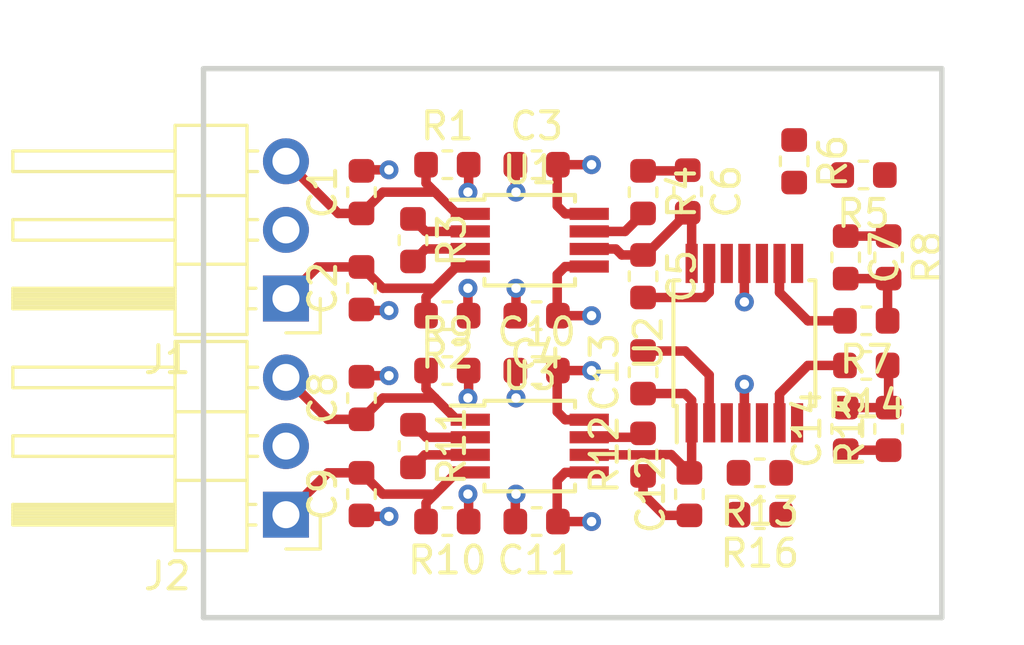
<source format=kicad_pcb>
(kicad_pcb (version 20171130) (host pcbnew 5.0.1)

  (general
    (thickness 1.6)
    (drawings 4)
    (tracks 151)
    (zones 0)
    (modules 35)
    (nets 27)
  )

  (page A4)
  (layers
    (0 F.Cu signal)
    (1 In1.Cu signal)
    (2 In2.Cu signal)
    (31 B.Cu signal)
    (33 F.Adhes user hide)
    (35 F.Paste user hide)
    (37 F.SilkS user hide)
    (39 F.Mask user)
    (40 Dwgs.User user)
    (41 Cmts.User user)
    (42 Eco1.User user)
    (43 Eco2.User user)
    (44 Edge.Cuts user)
    (45 Margin user)
    (46 B.CrtYd user)
    (47 F.CrtYd user)
    (49 F.Fab user hide)
  )

  (setup
    (last_trace_width 0.35)
    (user_trace_width 0.35)
    (user_trace_width 0.5)
    (user_trace_width 0.75)
    (user_trace_width 1)
    (user_trace_width 1.25)
    (user_trace_width 1.5)
    (user_trace_width 1.75)
    (user_trace_width 2)
    (trace_clearance 0.15)
    (zone_clearance 0.508)
    (zone_45_only no)
    (trace_min 0.1)
    (segment_width 0.2)
    (edge_width 0.15)
    (via_size 0.7)
    (via_drill 0.35)
    (via_min_size 0.45)
    (via_min_drill 0.3)
    (user_via 0.6 0.3)
    (user_via 0.7 0.4)
    (user_via 0.8 0.4)
    (user_via 1 0.5)
    (uvia_size 0.3)
    (uvia_drill 0.1)
    (uvias_allowed no)
    (uvia_min_size 0.2)
    (uvia_min_drill 0.1)
    (pcb_text_width 0.3)
    (pcb_text_size 1.5 1.5)
    (mod_edge_width 0.15)
    (mod_text_size 1 1)
    (mod_text_width 0.15)
    (pad_size 1.524 1.524)
    (pad_drill 0.762)
    (pad_to_mask_clearance 0)
    (solder_mask_min_width 0.25)
    (aux_axis_origin 0 0)
    (grid_origin 66.421 41.656)
    (visible_elements FFFFFF7F)
    (pcbplotparams
      (layerselection 0x010fc_ffffffff)
      (usegerberextensions false)
      (usegerberattributes false)
      (usegerberadvancedattributes false)
      (creategerberjobfile false)
      (excludeedgelayer true)
      (linewidth 0.100000)
      (plotframeref false)
      (viasonmask false)
      (mode 1)
      (useauxorigin false)
      (hpglpennumber 1)
      (hpglpenspeed 20)
      (hpglpendiameter 15.000000)
      (psnegative false)
      (psa4output false)
      (plotreference true)
      (plotvalue true)
      (plotinvisibletext false)
      (padsonsilk false)
      (subtractmaskfromsilk false)
      (outputformat 1)
      (mirror false)
      (drillshape 1)
      (scaleselection 1)
      (outputdirectory ""))
  )

  (net 0 "")
  (net 1 GND)
  (net 2 "Net-(R3-Pad1)")
  (net 3 "Net-(R3-Pad2)")
  (net 4 GNDPWR)
  (net 5 +9V)
  (net 6 -9V)
  (net 7 "Net-(C5-Pad2)")
  (net 8 "Net-(C6-Pad1)")
  (net 9 "Net-(C7-Pad2)")
  (net 10 "Net-(R5-Pad1)")
  (net 11 "Net-(C12-Pad1)")
  (net 12 "Net-(C13-Pad2)")
  (net 13 "Net-(C14-Pad2)")
  (net 14 "Net-(R11-Pad1)")
  (net 15 "Net-(R11-Pad2)")
  (net 16 "Net-(R13-Pad1)")
  (net 17 /IN-L)
  (net 18 /IN+L)
  (net 19 /REFL)
  (net 20 /OUTPUT_L)
  (net 21 /IN-R)
  (net 22 /IN+R)
  (net 23 /REFR)
  (net 24 /OUTPUT_R)
  (net 25 /SIGL)
  (net 26 /SIGR)

  (net_class Default "This is the default net class."
    (clearance 0.15)
    (trace_width 0.35)
    (via_dia 0.7)
    (via_drill 0.35)
    (uvia_dia 0.3)
    (uvia_drill 0.1)
    (add_net +9V)
    (add_net -9V)
    (add_net /IN+L)
    (add_net /IN+R)
    (add_net /IN-L)
    (add_net /IN-R)
    (add_net /OUTPUT_L)
    (add_net /OUTPUT_R)
    (add_net /REFL)
    (add_net /REFR)
    (add_net /SIGL)
    (add_net /SIGR)
    (add_net GND)
    (add_net GNDPWR)
    (add_net "Net-(C12-Pad1)")
    (add_net "Net-(C13-Pad2)")
    (add_net "Net-(C14-Pad2)")
    (add_net "Net-(C5-Pad2)")
    (add_net "Net-(C6-Pad1)")
    (add_net "Net-(C7-Pad2)")
    (add_net "Net-(R11-Pad1)")
    (add_net "Net-(R11-Pad2)")
    (add_net "Net-(R13-Pad1)")
    (add_net "Net-(R3-Pad1)")
    (add_net "Net-(R3-Pad2)")
    (add_net "Net-(R5-Pad1)")
  )

  (net_class Power ""
    (clearance 0.2)
    (trace_width 0.5)
    (via_dia 0.7)
    (via_drill 0.4)
    (uvia_dia 0.3)
    (uvia_drill 0.1)
  )

  (module Package_SO:MSOP-8_3x3mm_P0.65mm (layer F.Cu) (tedit 5A02F25C) (tstamp 5B8B1482)
    (at 66.421 41.656)
    (descr "8-Lead Plastic Micro Small Outline Package (MS) [MSOP] (see Microchip Packaging Specification 00000049BS.pdf)")
    (tags "SSOP 0.65")
    (path /5B2C467F)
    (attr smd)
    (fp_text reference U1 (at 0 -2.6) (layer F.SilkS)
      (effects (font (size 1 1) (thickness 0.15)))
    )
    (fp_text value AD8421 (at 0 2.6) (layer F.Fab)
      (effects (font (size 1 1) (thickness 0.15)))
    )
    (fp_text user %R (at 0 0) (layer F.Fab)
      (effects (font (size 0.6 0.6) (thickness 0.15)))
    )
    (fp_line (start -1.675 -1.5) (end -2.925 -1.5) (layer F.SilkS) (width 0.15))
    (fp_line (start -1.675 1.675) (end 1.675 1.675) (layer F.SilkS) (width 0.15))
    (fp_line (start -1.675 -1.675) (end 1.675 -1.675) (layer F.SilkS) (width 0.15))
    (fp_line (start -1.675 1.675) (end -1.675 1.425) (layer F.SilkS) (width 0.15))
    (fp_line (start 1.675 1.675) (end 1.675 1.425) (layer F.SilkS) (width 0.15))
    (fp_line (start 1.675 -1.675) (end 1.675 -1.425) (layer F.SilkS) (width 0.15))
    (fp_line (start -1.675 -1.675) (end -1.675 -1.5) (layer F.SilkS) (width 0.15))
    (fp_line (start -3.2 1.85) (end 3.2 1.85) (layer F.CrtYd) (width 0.05))
    (fp_line (start -3.2 -1.85) (end 3.2 -1.85) (layer F.CrtYd) (width 0.05))
    (fp_line (start 3.2 -1.85) (end 3.2 1.85) (layer F.CrtYd) (width 0.05))
    (fp_line (start -3.2 -1.85) (end -3.2 1.85) (layer F.CrtYd) (width 0.05))
    (fp_line (start -1.5 -0.5) (end -0.5 -1.5) (layer F.Fab) (width 0.15))
    (fp_line (start -1.5 1.5) (end -1.5 -0.5) (layer F.Fab) (width 0.15))
    (fp_line (start 1.5 1.5) (end -1.5 1.5) (layer F.Fab) (width 0.15))
    (fp_line (start 1.5 -1.5) (end 1.5 1.5) (layer F.Fab) (width 0.15))
    (fp_line (start -0.5 -1.5) (end 1.5 -1.5) (layer F.Fab) (width 0.15))
    (pad 8 smd rect (at 2.2 -0.975) (size 1.45 0.45) (layers F.Cu F.Paste F.Mask)
      (net 5 +9V))
    (pad 7 smd rect (at 2.2 -0.325) (size 1.45 0.45) (layers F.Cu F.Paste F.Mask)
      (net 25 /SIGL))
    (pad 6 smd rect (at 2.2 0.325) (size 1.45 0.45) (layers F.Cu F.Paste F.Mask)
      (net 19 /REFL))
    (pad 5 smd rect (at 2.2 0.975) (size 1.45 0.45) (layers F.Cu F.Paste F.Mask)
      (net 6 -9V))
    (pad 4 smd rect (at -2.2 0.975) (size 1.45 0.45) (layers F.Cu F.Paste F.Mask)
      (net 18 /IN+L))
    (pad 3 smd rect (at -2.2 0.325) (size 1.45 0.45) (layers F.Cu F.Paste F.Mask)
      (net 3 "Net-(R3-Pad2)"))
    (pad 2 smd rect (at -2.2 -0.325) (size 1.45 0.45) (layers F.Cu F.Paste F.Mask)
      (net 2 "Net-(R3-Pad1)"))
    (pad 1 smd rect (at -2.2 -0.975) (size 1.45 0.45) (layers F.Cu F.Paste F.Mask)
      (net 17 /IN-L))
    (model ${KISYS3DMOD}/Package_SO.3dshapes/MSOP-8_3x3mm_P0.65mm.wrl
      (at (xyz 0 0 0))
      (scale (xyz 1 1 1))
      (rotate (xyz 0 0 0))
    )
  )

  (module Resistor_SMD:R_0603_1608Metric (layer F.Cu) (tedit 5B301BBD) (tstamp 5B4254CA)
    (at 70.612 39.878 270)
    (descr "Resistor SMD 0603 (1608 Metric), square (rectangular) end terminal, IPC_7351 nominal, (Body size source: http://www.tortai-tech.com/upload/download/2011102023233369053.pdf), generated with kicad-footprint-generator")
    (tags resistor)
    (path /5B36A798)
    (attr smd)
    (fp_text reference R4 (at 0 -1.43 270) (layer F.SilkS)
      (effects (font (size 1 1) (thickness 0.15)))
    )
    (fp_text value R (at 0 1.43 270) (layer F.Fab)
      (effects (font (size 1 1) (thickness 0.15)))
    )
    (fp_text user %R (at 0 0 270) (layer F.Fab)
      (effects (font (size 0.4 0.4) (thickness 0.06)))
    )
    (fp_line (start 1.48 0.73) (end -1.48 0.73) (layer F.CrtYd) (width 0.05))
    (fp_line (start 1.48 -0.73) (end 1.48 0.73) (layer F.CrtYd) (width 0.05))
    (fp_line (start -1.48 -0.73) (end 1.48 -0.73) (layer F.CrtYd) (width 0.05))
    (fp_line (start -1.48 0.73) (end -1.48 -0.73) (layer F.CrtYd) (width 0.05))
    (fp_line (start -0.162779 0.51) (end 0.162779 0.51) (layer F.SilkS) (width 0.12))
    (fp_line (start -0.162779 -0.51) (end 0.162779 -0.51) (layer F.SilkS) (width 0.12))
    (fp_line (start 0.8 0.4) (end -0.8 0.4) (layer F.Fab) (width 0.1))
    (fp_line (start 0.8 -0.4) (end 0.8 0.4) (layer F.Fab) (width 0.1))
    (fp_line (start -0.8 -0.4) (end 0.8 -0.4) (layer F.Fab) (width 0.1))
    (fp_line (start -0.8 0.4) (end -0.8 -0.4) (layer F.Fab) (width 0.1))
    (pad 2 smd roundrect (at 0.7875 0 270) (size 0.875 0.95) (layers F.Cu F.Paste F.Mask) (roundrect_rratio 0.25)
      (net 25 /SIGL))
    (pad 1 smd roundrect (at -0.7875 0 270) (size 0.875 0.95) (layers F.Cu F.Paste F.Mask) (roundrect_rratio 0.25)
      (net 8 "Net-(C6-Pad1)"))
    (model ${KISYS3DMOD}/Resistor_SMD.3dshapes/R_0603_1608Metric.wrl
      (at (xyz 0 0 0))
      (scale (xyz 1 1 1))
      (rotate (xyz 0 0 0))
    )
  )

  (module Connector_PinHeader_2.54mm:PinHeader_1x03_P2.54mm_Horizontal (layer F.Cu) (tedit 59FED5CB) (tstamp 5B383F92)
    (at 57.404 43.815 180)
    (descr "Through hole angled pin header, 1x03, 2.54mm pitch, 6mm pin length, single row")
    (tags "Through hole angled pin header THT 1x03 2.54mm single row")
    (path /5B2C5C8B)
    (fp_text reference J1 (at 4.385 -2.27 180) (layer F.SilkS)
      (effects (font (size 1 1) (thickness 0.15)))
    )
    (fp_text value INPUT (at 4.385 7.35 180) (layer F.Fab)
      (effects (font (size 1 1) (thickness 0.15)))
    )
    (fp_text user %R (at 2.77 2.54 270) (layer F.Fab)
      (effects (font (size 1 1) (thickness 0.15)))
    )
    (fp_line (start 10.55 -1.8) (end -1.8 -1.8) (layer F.CrtYd) (width 0.05))
    (fp_line (start 10.55 6.85) (end 10.55 -1.8) (layer F.CrtYd) (width 0.05))
    (fp_line (start -1.8 6.85) (end 10.55 6.85) (layer F.CrtYd) (width 0.05))
    (fp_line (start -1.8 -1.8) (end -1.8 6.85) (layer F.CrtYd) (width 0.05))
    (fp_line (start -1.27 -1.27) (end 0 -1.27) (layer F.SilkS) (width 0.12))
    (fp_line (start -1.27 0) (end -1.27 -1.27) (layer F.SilkS) (width 0.12))
    (fp_line (start 1.042929 5.46) (end 1.44 5.46) (layer F.SilkS) (width 0.12))
    (fp_line (start 1.042929 4.7) (end 1.44 4.7) (layer F.SilkS) (width 0.12))
    (fp_line (start 10.1 5.46) (end 4.1 5.46) (layer F.SilkS) (width 0.12))
    (fp_line (start 10.1 4.7) (end 10.1 5.46) (layer F.SilkS) (width 0.12))
    (fp_line (start 4.1 4.7) (end 10.1 4.7) (layer F.SilkS) (width 0.12))
    (fp_line (start 1.44 3.81) (end 4.1 3.81) (layer F.SilkS) (width 0.12))
    (fp_line (start 1.042929 2.92) (end 1.44 2.92) (layer F.SilkS) (width 0.12))
    (fp_line (start 1.042929 2.16) (end 1.44 2.16) (layer F.SilkS) (width 0.12))
    (fp_line (start 10.1 2.92) (end 4.1 2.92) (layer F.SilkS) (width 0.12))
    (fp_line (start 10.1 2.16) (end 10.1 2.92) (layer F.SilkS) (width 0.12))
    (fp_line (start 4.1 2.16) (end 10.1 2.16) (layer F.SilkS) (width 0.12))
    (fp_line (start 1.44 1.27) (end 4.1 1.27) (layer F.SilkS) (width 0.12))
    (fp_line (start 1.11 0.38) (end 1.44 0.38) (layer F.SilkS) (width 0.12))
    (fp_line (start 1.11 -0.38) (end 1.44 -0.38) (layer F.SilkS) (width 0.12))
    (fp_line (start 4.1 0.28) (end 10.1 0.28) (layer F.SilkS) (width 0.12))
    (fp_line (start 4.1 0.16) (end 10.1 0.16) (layer F.SilkS) (width 0.12))
    (fp_line (start 4.1 0.04) (end 10.1 0.04) (layer F.SilkS) (width 0.12))
    (fp_line (start 4.1 -0.08) (end 10.1 -0.08) (layer F.SilkS) (width 0.12))
    (fp_line (start 4.1 -0.2) (end 10.1 -0.2) (layer F.SilkS) (width 0.12))
    (fp_line (start 4.1 -0.32) (end 10.1 -0.32) (layer F.SilkS) (width 0.12))
    (fp_line (start 10.1 0.38) (end 4.1 0.38) (layer F.SilkS) (width 0.12))
    (fp_line (start 10.1 -0.38) (end 10.1 0.38) (layer F.SilkS) (width 0.12))
    (fp_line (start 4.1 -0.38) (end 10.1 -0.38) (layer F.SilkS) (width 0.12))
    (fp_line (start 4.1 -1.33) (end 1.44 -1.33) (layer F.SilkS) (width 0.12))
    (fp_line (start 4.1 6.41) (end 4.1 -1.33) (layer F.SilkS) (width 0.12))
    (fp_line (start 1.44 6.41) (end 4.1 6.41) (layer F.SilkS) (width 0.12))
    (fp_line (start 1.44 -1.33) (end 1.44 6.41) (layer F.SilkS) (width 0.12))
    (fp_line (start 4.04 5.4) (end 10.04 5.4) (layer F.Fab) (width 0.1))
    (fp_line (start 10.04 4.76) (end 10.04 5.4) (layer F.Fab) (width 0.1))
    (fp_line (start 4.04 4.76) (end 10.04 4.76) (layer F.Fab) (width 0.1))
    (fp_line (start -0.32 5.4) (end 1.5 5.4) (layer F.Fab) (width 0.1))
    (fp_line (start -0.32 4.76) (end -0.32 5.4) (layer F.Fab) (width 0.1))
    (fp_line (start -0.32 4.76) (end 1.5 4.76) (layer F.Fab) (width 0.1))
    (fp_line (start 4.04 2.86) (end 10.04 2.86) (layer F.Fab) (width 0.1))
    (fp_line (start 10.04 2.22) (end 10.04 2.86) (layer F.Fab) (width 0.1))
    (fp_line (start 4.04 2.22) (end 10.04 2.22) (layer F.Fab) (width 0.1))
    (fp_line (start -0.32 2.86) (end 1.5 2.86) (layer F.Fab) (width 0.1))
    (fp_line (start -0.32 2.22) (end -0.32 2.86) (layer F.Fab) (width 0.1))
    (fp_line (start -0.32 2.22) (end 1.5 2.22) (layer F.Fab) (width 0.1))
    (fp_line (start 4.04 0.32) (end 10.04 0.32) (layer F.Fab) (width 0.1))
    (fp_line (start 10.04 -0.32) (end 10.04 0.32) (layer F.Fab) (width 0.1))
    (fp_line (start 4.04 -0.32) (end 10.04 -0.32) (layer F.Fab) (width 0.1))
    (fp_line (start -0.32 0.32) (end 1.5 0.32) (layer F.Fab) (width 0.1))
    (fp_line (start -0.32 -0.32) (end -0.32 0.32) (layer F.Fab) (width 0.1))
    (fp_line (start -0.32 -0.32) (end 1.5 -0.32) (layer F.Fab) (width 0.1))
    (fp_line (start 1.5 -0.635) (end 2.135 -1.27) (layer F.Fab) (width 0.1))
    (fp_line (start 1.5 6.35) (end 1.5 -0.635) (layer F.Fab) (width 0.1))
    (fp_line (start 4.04 6.35) (end 1.5 6.35) (layer F.Fab) (width 0.1))
    (fp_line (start 4.04 -1.27) (end 4.04 6.35) (layer F.Fab) (width 0.1))
    (fp_line (start 2.135 -1.27) (end 4.04 -1.27) (layer F.Fab) (width 0.1))
    (pad 3 thru_hole oval (at 0 5.08 180) (size 1.7 1.7) (drill 1) (layers *.Cu *.Mask)
      (net 17 /IN-L))
    (pad 2 thru_hole oval (at 0 2.54 180) (size 1.7 1.7) (drill 1) (layers *.Cu *.Mask)
      (net 4 GNDPWR))
    (pad 1 thru_hole rect (at 0 0 180) (size 1.7 1.7) (drill 1) (layers *.Cu *.Mask)
      (net 18 /IN+L))
    (model ${KISYS3DMOD}/Connector_PinHeader_2.54mm.3dshapes/PinHeader_1x03_P2.54mm_Horizontal.wrl
      (at (xyz 0 0 0))
      (scale (xyz 1 1 1))
      (rotate (xyz 0 0 0))
    )
  )

  (module Capacitor_SMD:C_0603_1608Metric (layer F.Cu) (tedit 5B301BBE) (tstamp 5B425812)
    (at 66.675 38.862)
    (descr "Capacitor SMD 0603 (1608 Metric), square (rectangular) end terminal, IPC_7351 nominal, (Body size source: http://www.tortai-tech.com/upload/download/2011102023233369053.pdf), generated with kicad-footprint-generator")
    (tags capacitor)
    (path /5B2D40C5)
    (attr smd)
    (fp_text reference C3 (at 0 -1.43) (layer F.SilkS)
      (effects (font (size 1 1) (thickness 0.15)))
    )
    (fp_text value 100n (at 0 1.43) (layer F.Fab)
      (effects (font (size 1 1) (thickness 0.15)))
    )
    (fp_text user %R (at 0 0) (layer F.Fab)
      (effects (font (size 0.4 0.4) (thickness 0.06)))
    )
    (fp_line (start 1.48 0.73) (end -1.48 0.73) (layer F.CrtYd) (width 0.05))
    (fp_line (start 1.48 -0.73) (end 1.48 0.73) (layer F.CrtYd) (width 0.05))
    (fp_line (start -1.48 -0.73) (end 1.48 -0.73) (layer F.CrtYd) (width 0.05))
    (fp_line (start -1.48 0.73) (end -1.48 -0.73) (layer F.CrtYd) (width 0.05))
    (fp_line (start -0.162779 0.51) (end 0.162779 0.51) (layer F.SilkS) (width 0.12))
    (fp_line (start -0.162779 -0.51) (end 0.162779 -0.51) (layer F.SilkS) (width 0.12))
    (fp_line (start 0.8 0.4) (end -0.8 0.4) (layer F.Fab) (width 0.1))
    (fp_line (start 0.8 -0.4) (end 0.8 0.4) (layer F.Fab) (width 0.1))
    (fp_line (start -0.8 -0.4) (end 0.8 -0.4) (layer F.Fab) (width 0.1))
    (fp_line (start -0.8 0.4) (end -0.8 -0.4) (layer F.Fab) (width 0.1))
    (pad 2 smd roundrect (at 0.7875 0) (size 0.875 0.95) (layers F.Cu F.Paste F.Mask) (roundrect_rratio 0.25)
      (net 5 +9V))
    (pad 1 smd roundrect (at -0.7875 0) (size 0.875 0.95) (layers F.Cu F.Paste F.Mask) (roundrect_rratio 0.25)
      (net 4 GNDPWR))
    (model ${KISYS3DMOD}/Capacitor_SMD.3dshapes/C_0603_1608Metric.wrl
      (at (xyz 0 0 0))
      (scale (xyz 1 1 1))
      (rotate (xyz 0 0 0))
    )
  )

  (module Capacitor_SMD:C_0603_1608Metric (layer F.Cu) (tedit 5B301BBE) (tstamp 5B42548E)
    (at 66.675 44.45 180)
    (descr "Capacitor SMD 0603 (1608 Metric), square (rectangular) end terminal, IPC_7351 nominal, (Body size source: http://www.tortai-tech.com/upload/download/2011102023233369053.pdf), generated with kicad-footprint-generator")
    (tags capacitor)
    (path /5B2D6380)
    (attr smd)
    (fp_text reference C4 (at 0 -1.43 180) (layer F.SilkS)
      (effects (font (size 1 1) (thickness 0.15)))
    )
    (fp_text value 100n (at 0 1.43 180) (layer F.Fab)
      (effects (font (size 1 1) (thickness 0.15)))
    )
    (fp_text user %R (at 0 0 180) (layer F.Fab)
      (effects (font (size 0.4 0.4) (thickness 0.06)))
    )
    (fp_line (start 1.48 0.73) (end -1.48 0.73) (layer F.CrtYd) (width 0.05))
    (fp_line (start 1.48 -0.73) (end 1.48 0.73) (layer F.CrtYd) (width 0.05))
    (fp_line (start -1.48 -0.73) (end 1.48 -0.73) (layer F.CrtYd) (width 0.05))
    (fp_line (start -1.48 0.73) (end -1.48 -0.73) (layer F.CrtYd) (width 0.05))
    (fp_line (start -0.162779 0.51) (end 0.162779 0.51) (layer F.SilkS) (width 0.12))
    (fp_line (start -0.162779 -0.51) (end 0.162779 -0.51) (layer F.SilkS) (width 0.12))
    (fp_line (start 0.8 0.4) (end -0.8 0.4) (layer F.Fab) (width 0.1))
    (fp_line (start 0.8 -0.4) (end 0.8 0.4) (layer F.Fab) (width 0.1))
    (fp_line (start -0.8 -0.4) (end 0.8 -0.4) (layer F.Fab) (width 0.1))
    (fp_line (start -0.8 0.4) (end -0.8 -0.4) (layer F.Fab) (width 0.1))
    (pad 2 smd roundrect (at 0.7875 0 180) (size 0.875 0.95) (layers F.Cu F.Paste F.Mask) (roundrect_rratio 0.25)
      (net 4 GNDPWR))
    (pad 1 smd roundrect (at -0.7875 0 180) (size 0.875 0.95) (layers F.Cu F.Paste F.Mask) (roundrect_rratio 0.25)
      (net 6 -9V))
    (model ${KISYS3DMOD}/Capacitor_SMD.3dshapes/C_0603_1608Metric.wrl
      (at (xyz 0 0 0))
      (scale (xyz 1 1 1))
      (rotate (xyz 0 0 0))
    )
  )

  (module Capacitor_SMD:C_0603_1608Metric (layer F.Cu) (tedit 5B301BBE) (tstamp 5B8717EF)
    (at 70.612 42.9895 270)
    (descr "Capacitor SMD 0603 (1608 Metric), square (rectangular) end terminal, IPC_7351 nominal, (Body size source: http://www.tortai-tech.com/upload/download/2011102023233369053.pdf), generated with kicad-footprint-generator")
    (tags capacitor)
    (path /5B2D8049)
    (attr smd)
    (fp_text reference C5 (at 0 -1.43 270) (layer F.SilkS)
      (effects (font (size 1 1) (thickness 0.15)))
    )
    (fp_text value 100n (at 0 1.43 270) (layer F.Fab)
      (effects (font (size 1 1) (thickness 0.15)))
    )
    (fp_text user %R (at 0 0 270) (layer F.Fab)
      (effects (font (size 0.4 0.4) (thickness 0.06)))
    )
    (fp_line (start 1.48 0.73) (end -1.48 0.73) (layer F.CrtYd) (width 0.05))
    (fp_line (start 1.48 -0.73) (end 1.48 0.73) (layer F.CrtYd) (width 0.05))
    (fp_line (start -1.48 -0.73) (end 1.48 -0.73) (layer F.CrtYd) (width 0.05))
    (fp_line (start -1.48 0.73) (end -1.48 -0.73) (layer F.CrtYd) (width 0.05))
    (fp_line (start -0.162779 0.51) (end 0.162779 0.51) (layer F.SilkS) (width 0.12))
    (fp_line (start -0.162779 -0.51) (end 0.162779 -0.51) (layer F.SilkS) (width 0.12))
    (fp_line (start 0.8 0.4) (end -0.8 0.4) (layer F.Fab) (width 0.1))
    (fp_line (start 0.8 -0.4) (end 0.8 0.4) (layer F.Fab) (width 0.1))
    (fp_line (start -0.8 -0.4) (end 0.8 -0.4) (layer F.Fab) (width 0.1))
    (fp_line (start -0.8 0.4) (end -0.8 -0.4) (layer F.Fab) (width 0.1))
    (pad 2 smd roundrect (at 0.7875 0 270) (size 0.875 0.95) (layers F.Cu F.Paste F.Mask) (roundrect_rratio 0.25)
      (net 7 "Net-(C5-Pad2)"))
    (pad 1 smd roundrect (at -0.7875 0 270) (size 0.875 0.95) (layers F.Cu F.Paste F.Mask) (roundrect_rratio 0.25)
      (net 19 /REFL))
    (model ${KISYS3DMOD}/Capacitor_SMD.3dshapes/C_0603_1608Metric.wrl
      (at (xyz 0 0 0))
      (scale (xyz 1 1 1))
      (rotate (xyz 0 0 0))
    )
  )

  (module Capacitor_SMD:C_0603_1608Metric (layer F.Cu) (tedit 5B301BBE) (tstamp 5B4254AC)
    (at 72.263 39.8525 270)
    (descr "Capacitor SMD 0603 (1608 Metric), square (rectangular) end terminal, IPC_7351 nominal, (Body size source: http://www.tortai-tech.com/upload/download/2011102023233369053.pdf), generated with kicad-footprint-generator")
    (tags capacitor)
    (path /5B36B05A)
    (attr smd)
    (fp_text reference C6 (at 0 -1.43 270) (layer F.SilkS)
      (effects (font (size 1 1) (thickness 0.15)))
    )
    (fp_text value C (at 0 1.43) (layer F.Fab)
      (effects (font (size 1 1) (thickness 0.15)))
    )
    (fp_text user %R (at 0 0 270) (layer F.Fab)
      (effects (font (size 0.4 0.4) (thickness 0.06)))
    )
    (fp_line (start 1.48 0.73) (end -1.48 0.73) (layer F.CrtYd) (width 0.05))
    (fp_line (start 1.48 -0.73) (end 1.48 0.73) (layer F.CrtYd) (width 0.05))
    (fp_line (start -1.48 -0.73) (end 1.48 -0.73) (layer F.CrtYd) (width 0.05))
    (fp_line (start -1.48 0.73) (end -1.48 -0.73) (layer F.CrtYd) (width 0.05))
    (fp_line (start -0.162779 0.51) (end 0.162779 0.51) (layer F.SilkS) (width 0.12))
    (fp_line (start -0.162779 -0.51) (end 0.162779 -0.51) (layer F.SilkS) (width 0.12))
    (fp_line (start 0.8 0.4) (end -0.8 0.4) (layer F.Fab) (width 0.1))
    (fp_line (start 0.8 -0.4) (end 0.8 0.4) (layer F.Fab) (width 0.1))
    (fp_line (start -0.8 -0.4) (end 0.8 -0.4) (layer F.Fab) (width 0.1))
    (fp_line (start -0.8 0.4) (end -0.8 -0.4) (layer F.Fab) (width 0.1))
    (pad 2 smd roundrect (at 0.7875 0 270) (size 0.875 0.95) (layers F.Cu F.Paste F.Mask) (roundrect_rratio 0.25)
      (net 19 /REFL))
    (pad 1 smd roundrect (at -0.7875 0 270) (size 0.875 0.95) (layers F.Cu F.Paste F.Mask) (roundrect_rratio 0.25)
      (net 8 "Net-(C6-Pad1)"))
    (model ${KISYS3DMOD}/Capacitor_SMD.3dshapes/C_0603_1608Metric.wrl
      (at (xyz 0 0 0))
      (scale (xyz 1 1 1))
      (rotate (xyz 0 0 0))
    )
  )

  (module Capacitor_SMD:C_0603_1608Metric (layer F.Cu) (tedit 5B301BBE) (tstamp 5B4254BB)
    (at 78.105 42.291 270)
    (descr "Capacitor SMD 0603 (1608 Metric), square (rectangular) end terminal, IPC_7351 nominal, (Body size source: http://www.tortai-tech.com/upload/download/2011102023233369053.pdf), generated with kicad-footprint-generator")
    (tags capacitor)
    (path /5B36CC8E)
    (attr smd)
    (fp_text reference C7 (at 0 -1.43 270) (layer F.SilkS)
      (effects (font (size 1 1) (thickness 0.15)))
    )
    (fp_text value C (at 0 1.43 270) (layer F.Fab)
      (effects (font (size 1 1) (thickness 0.15)))
    )
    (fp_text user %R (at 0 0 270) (layer F.Fab)
      (effects (font (size 0.4 0.4) (thickness 0.06)))
    )
    (fp_line (start 1.48 0.73) (end -1.48 0.73) (layer F.CrtYd) (width 0.05))
    (fp_line (start 1.48 -0.73) (end 1.48 0.73) (layer F.CrtYd) (width 0.05))
    (fp_line (start -1.48 -0.73) (end 1.48 -0.73) (layer F.CrtYd) (width 0.05))
    (fp_line (start -1.48 0.73) (end -1.48 -0.73) (layer F.CrtYd) (width 0.05))
    (fp_line (start -0.162779 0.51) (end 0.162779 0.51) (layer F.SilkS) (width 0.12))
    (fp_line (start -0.162779 -0.51) (end 0.162779 -0.51) (layer F.SilkS) (width 0.12))
    (fp_line (start 0.8 0.4) (end -0.8 0.4) (layer F.Fab) (width 0.1))
    (fp_line (start 0.8 -0.4) (end 0.8 0.4) (layer F.Fab) (width 0.1))
    (fp_line (start -0.8 -0.4) (end 0.8 -0.4) (layer F.Fab) (width 0.1))
    (fp_line (start -0.8 0.4) (end -0.8 -0.4) (layer F.Fab) (width 0.1))
    (pad 2 smd roundrect (at 0.7875 0 270) (size 0.875 0.95) (layers F.Cu F.Paste F.Mask) (roundrect_rratio 0.25)
      (net 9 "Net-(C7-Pad2)"))
    (pad 1 smd roundrect (at -0.7875 0 270) (size 0.875 0.95) (layers F.Cu F.Paste F.Mask) (roundrect_rratio 0.25)
      (net 20 /OUTPUT_L))
    (model ${KISYS3DMOD}/Capacitor_SMD.3dshapes/C_0603_1608Metric.wrl
      (at (xyz 0 0 0))
      (scale (xyz 1 1 1))
      (rotate (xyz 0 0 0))
    )
  )

  (module Resistor_SMD:R_0603_1608Metric (layer F.Cu) (tedit 5B301BBD) (tstamp 5B4254D9)
    (at 78.7655 39.243 180)
    (descr "Resistor SMD 0603 (1608 Metric), square (rectangular) end terminal, IPC_7351 nominal, (Body size source: http://www.tortai-tech.com/upload/download/2011102023233369053.pdf), generated with kicad-footprint-generator")
    (tags resistor)
    (path /5B36CA86)
    (attr smd)
    (fp_text reference R5 (at 0 -1.43 180) (layer F.SilkS)
      (effects (font (size 1 1) (thickness 0.15)))
    )
    (fp_text value R (at 0 1.43 180) (layer F.Fab)
      (effects (font (size 1 1) (thickness 0.15)))
    )
    (fp_text user %R (at 0 0 180) (layer F.Fab)
      (effects (font (size 0.4 0.4) (thickness 0.06)))
    )
    (fp_line (start 1.48 0.73) (end -1.48 0.73) (layer F.CrtYd) (width 0.05))
    (fp_line (start 1.48 -0.73) (end 1.48 0.73) (layer F.CrtYd) (width 0.05))
    (fp_line (start -1.48 -0.73) (end 1.48 -0.73) (layer F.CrtYd) (width 0.05))
    (fp_line (start -1.48 0.73) (end -1.48 -0.73) (layer F.CrtYd) (width 0.05))
    (fp_line (start -0.162779 0.51) (end 0.162779 0.51) (layer F.SilkS) (width 0.12))
    (fp_line (start -0.162779 -0.51) (end 0.162779 -0.51) (layer F.SilkS) (width 0.12))
    (fp_line (start 0.8 0.4) (end -0.8 0.4) (layer F.Fab) (width 0.1))
    (fp_line (start 0.8 -0.4) (end 0.8 0.4) (layer F.Fab) (width 0.1))
    (fp_line (start -0.8 -0.4) (end 0.8 -0.4) (layer F.Fab) (width 0.1))
    (fp_line (start -0.8 0.4) (end -0.8 -0.4) (layer F.Fab) (width 0.1))
    (pad 2 smd roundrect (at 0.7875 0 180) (size 0.875 0.95) (layers F.Cu F.Paste F.Mask) (roundrect_rratio 0.25)
      (net 1 GND))
    (pad 1 smd roundrect (at -0.7875 0 180) (size 0.875 0.95) (layers F.Cu F.Paste F.Mask) (roundrect_rratio 0.25)
      (net 10 "Net-(R5-Pad1)"))
    (model ${KISYS3DMOD}/Resistor_SMD.3dshapes/R_0603_1608Metric.wrl
      (at (xyz 0 0 0))
      (scale (xyz 1 1 1))
      (rotate (xyz 0 0 0))
    )
  )

  (module Resistor_SMD:R_0603_1608Metric (layer F.Cu) (tedit 5B301BBD) (tstamp 5B3E7C25)
    (at 76.2 38.735 270)
    (descr "Resistor SMD 0603 (1608 Metric), square (rectangular) end terminal, IPC_7351 nominal, (Body size source: http://www.tortai-tech.com/upload/download/2011102023233369053.pdf), generated with kicad-footprint-generator")
    (tags resistor)
    (path /5B36A6CF)
    (attr smd)
    (fp_text reference R6 (at 0 -1.43 270) (layer F.SilkS)
      (effects (font (size 1 1) (thickness 0.15)))
    )
    (fp_text value R (at 0 1.43 270) (layer F.Fab)
      (effects (font (size 1 1) (thickness 0.15)))
    )
    (fp_text user %R (at 0 0 270) (layer F.Fab)
      (effects (font (size 0.4 0.4) (thickness 0.06)))
    )
    (fp_line (start 1.48 0.73) (end -1.48 0.73) (layer F.CrtYd) (width 0.05))
    (fp_line (start 1.48 -0.73) (end 1.48 0.73) (layer F.CrtYd) (width 0.05))
    (fp_line (start -1.48 -0.73) (end 1.48 -0.73) (layer F.CrtYd) (width 0.05))
    (fp_line (start -1.48 0.73) (end -1.48 -0.73) (layer F.CrtYd) (width 0.05))
    (fp_line (start -0.162779 0.51) (end 0.162779 0.51) (layer F.SilkS) (width 0.12))
    (fp_line (start -0.162779 -0.51) (end 0.162779 -0.51) (layer F.SilkS) (width 0.12))
    (fp_line (start 0.8 0.4) (end -0.8 0.4) (layer F.Fab) (width 0.1))
    (fp_line (start 0.8 -0.4) (end 0.8 0.4) (layer F.Fab) (width 0.1))
    (fp_line (start -0.8 -0.4) (end 0.8 -0.4) (layer F.Fab) (width 0.1))
    (fp_line (start -0.8 0.4) (end -0.8 -0.4) (layer F.Fab) (width 0.1))
    (pad 2 smd roundrect (at 0.7875 0 270) (size 0.875 0.95) (layers F.Cu F.Paste F.Mask) (roundrect_rratio 0.25)
      (net 7 "Net-(C5-Pad2)"))
    (pad 1 smd roundrect (at -0.7875 0 270) (size 0.875 0.95) (layers F.Cu F.Paste F.Mask) (roundrect_rratio 0.25)
      (net 20 /OUTPUT_L))
    (model ${KISYS3DMOD}/Resistor_SMD.3dshapes/R_0603_1608Metric.wrl
      (at (xyz 0 0 0))
      (scale (xyz 1 1 1))
      (rotate (xyz 0 0 0))
    )
  )

  (module Resistor_SMD:R_0603_1608Metric (layer F.Cu) (tedit 5B301BBD) (tstamp 5B4254F7)
    (at 78.867 44.6405 180)
    (descr "Resistor SMD 0603 (1608 Metric), square (rectangular) end terminal, IPC_7351 nominal, (Body size source: http://www.tortai-tech.com/upload/download/2011102023233369053.pdf), generated with kicad-footprint-generator")
    (tags resistor)
    (path /5B36CB51)
    (attr smd)
    (fp_text reference R7 (at 0 -1.43 180) (layer F.SilkS)
      (effects (font (size 1 1) (thickness 0.15)))
    )
    (fp_text value R (at 0 1.43 180) (layer F.Fab)
      (effects (font (size 1 1) (thickness 0.15)))
    )
    (fp_text user %R (at 0 0 180) (layer F.Fab)
      (effects (font (size 0.4 0.4) (thickness 0.06)))
    )
    (fp_line (start 1.48 0.73) (end -1.48 0.73) (layer F.CrtYd) (width 0.05))
    (fp_line (start 1.48 -0.73) (end 1.48 0.73) (layer F.CrtYd) (width 0.05))
    (fp_line (start -1.48 -0.73) (end 1.48 -0.73) (layer F.CrtYd) (width 0.05))
    (fp_line (start -1.48 0.73) (end -1.48 -0.73) (layer F.CrtYd) (width 0.05))
    (fp_line (start -0.162779 0.51) (end 0.162779 0.51) (layer F.SilkS) (width 0.12))
    (fp_line (start -0.162779 -0.51) (end 0.162779 -0.51) (layer F.SilkS) (width 0.12))
    (fp_line (start 0.8 0.4) (end -0.8 0.4) (layer F.Fab) (width 0.1))
    (fp_line (start 0.8 -0.4) (end 0.8 0.4) (layer F.Fab) (width 0.1))
    (fp_line (start -0.8 -0.4) (end 0.8 -0.4) (layer F.Fab) (width 0.1))
    (fp_line (start -0.8 0.4) (end -0.8 -0.4) (layer F.Fab) (width 0.1))
    (pad 2 smd roundrect (at 0.7875 0 180) (size 0.875 0.95) (layers F.Cu F.Paste F.Mask) (roundrect_rratio 0.25)
      (net 10 "Net-(R5-Pad1)"))
    (pad 1 smd roundrect (at -0.7875 0 180) (size 0.875 0.95) (layers F.Cu F.Paste F.Mask) (roundrect_rratio 0.25)
      (net 9 "Net-(C7-Pad2)"))
    (model ${KISYS3DMOD}/Resistor_SMD.3dshapes/R_0603_1608Metric.wrl
      (at (xyz 0 0 0))
      (scale (xyz 1 1 1))
      (rotate (xyz 0 0 0))
    )
  )

  (module Resistor_SMD:R_0603_1608Metric (layer F.Cu) (tedit 5B301BBD) (tstamp 5B425506)
    (at 79.6925 42.291 270)
    (descr "Resistor SMD 0603 (1608 Metric), square (rectangular) end terminal, IPC_7351 nominal, (Body size source: http://www.tortai-tech.com/upload/download/2011102023233369053.pdf), generated with kicad-footprint-generator")
    (tags resistor)
    (path /5B36CBDE)
    (attr smd)
    (fp_text reference R8 (at 0 -1.43 270) (layer F.SilkS)
      (effects (font (size 1 1) (thickness 0.15)))
    )
    (fp_text value R (at 0 1.43 270) (layer F.Fab)
      (effects (font (size 1 1) (thickness 0.15)))
    )
    (fp_text user %R (at 0 0 270) (layer F.Fab)
      (effects (font (size 0.4 0.4) (thickness 0.06)))
    )
    (fp_line (start 1.48 0.73) (end -1.48 0.73) (layer F.CrtYd) (width 0.05))
    (fp_line (start 1.48 -0.73) (end 1.48 0.73) (layer F.CrtYd) (width 0.05))
    (fp_line (start -1.48 -0.73) (end 1.48 -0.73) (layer F.CrtYd) (width 0.05))
    (fp_line (start -1.48 0.73) (end -1.48 -0.73) (layer F.CrtYd) (width 0.05))
    (fp_line (start -0.162779 0.51) (end 0.162779 0.51) (layer F.SilkS) (width 0.12))
    (fp_line (start -0.162779 -0.51) (end 0.162779 -0.51) (layer F.SilkS) (width 0.12))
    (fp_line (start 0.8 0.4) (end -0.8 0.4) (layer F.Fab) (width 0.1))
    (fp_line (start 0.8 -0.4) (end 0.8 0.4) (layer F.Fab) (width 0.1))
    (fp_line (start -0.8 -0.4) (end 0.8 -0.4) (layer F.Fab) (width 0.1))
    (fp_line (start -0.8 0.4) (end -0.8 -0.4) (layer F.Fab) (width 0.1))
    (pad 2 smd roundrect (at 0.7875 0 270) (size 0.875 0.95) (layers F.Cu F.Paste F.Mask) (roundrect_rratio 0.25)
      (net 9 "Net-(C7-Pad2)"))
    (pad 1 smd roundrect (at -0.7875 0 270) (size 0.875 0.95) (layers F.Cu F.Paste F.Mask) (roundrect_rratio 0.25)
      (net 20 /OUTPUT_L))
    (model ${KISYS3DMOD}/Resistor_SMD.3dshapes/R_0603_1608Metric.wrl
      (at (xyz 0 0 0))
      (scale (xyz 1 1 1))
      (rotate (xyz 0 0 0))
    )
  )

  (module Resistor_SMD:R_0603_1608Metric (layer F.Cu) (tedit 5B301BBD) (tstamp 5B8B1472)
    (at 62.103 41.656 270)
    (descr "Resistor SMD 0603 (1608 Metric), square (rectangular) end terminal, IPC_7351 nominal, (Body size source: http://www.tortai-tech.com/upload/download/2011102023233369053.pdf), generated with kicad-footprint-generator")
    (tags resistor)
    (path /5B2C4CDC)
    (attr smd)
    (fp_text reference R3 (at 0 -1.43 270) (layer F.SilkS)
      (effects (font (size 1 1) (thickness 0.15)))
    )
    (fp_text value 50 (at 0 1.43 270) (layer F.Fab)
      (effects (font (size 1 1) (thickness 0.15)))
    )
    (fp_text user %R (at 0 0 270) (layer F.Fab)
      (effects (font (size 0.4 0.4) (thickness 0.06)))
    )
    (fp_line (start 1.48 0.73) (end -1.48 0.73) (layer F.CrtYd) (width 0.05))
    (fp_line (start 1.48 -0.73) (end 1.48 0.73) (layer F.CrtYd) (width 0.05))
    (fp_line (start -1.48 -0.73) (end 1.48 -0.73) (layer F.CrtYd) (width 0.05))
    (fp_line (start -1.48 0.73) (end -1.48 -0.73) (layer F.CrtYd) (width 0.05))
    (fp_line (start -0.162779 0.51) (end 0.162779 0.51) (layer F.SilkS) (width 0.12))
    (fp_line (start -0.162779 -0.51) (end 0.162779 -0.51) (layer F.SilkS) (width 0.12))
    (fp_line (start 0.8 0.4) (end -0.8 0.4) (layer F.Fab) (width 0.1))
    (fp_line (start 0.8 -0.4) (end 0.8 0.4) (layer F.Fab) (width 0.1))
    (fp_line (start -0.8 -0.4) (end 0.8 -0.4) (layer F.Fab) (width 0.1))
    (fp_line (start -0.8 0.4) (end -0.8 -0.4) (layer F.Fab) (width 0.1))
    (pad 2 smd roundrect (at 0.7875 0 270) (size 0.875 0.95) (layers F.Cu F.Paste F.Mask) (roundrect_rratio 0.25)
      (net 3 "Net-(R3-Pad2)"))
    (pad 1 smd roundrect (at -0.7875 0 270) (size 0.875 0.95) (layers F.Cu F.Paste F.Mask) (roundrect_rratio 0.25)
      (net 2 "Net-(R3-Pad1)"))
    (model ${KISYS3DMOD}/Resistor_SMD.3dshapes/R_0603_1608Metric.wrl
      (at (xyz 0 0 0))
      (scale (xyz 1 1 1))
      (rotate (xyz 0 0 0))
    )
  )

  (module Capacitor_SMD:C_0603_1608Metric (layer F.Cu) (tedit 5B301BBE) (tstamp 5B86EC36)
    (at 60.198 39.878 90)
    (descr "Capacitor SMD 0603 (1608 Metric), square (rectangular) end terminal, IPC_7351 nominal, (Body size source: http://www.tortai-tech.com/upload/download/2011102023233369053.pdf), generated with kicad-footprint-generator")
    (tags capacitor)
    (path /5B2C4E21)
    (attr smd)
    (fp_text reference C1 (at 0 -1.43 90) (layer F.SilkS)
      (effects (font (size 1 1) (thickness 0.15)))
    )
    (fp_text value 100p (at 0 1.43 90) (layer F.Fab)
      (effects (font (size 1 1) (thickness 0.15)))
    )
    (fp_text user %R (at 0 0 90) (layer F.Fab)
      (effects (font (size 0.4 0.4) (thickness 0.06)))
    )
    (fp_line (start 1.48 0.73) (end -1.48 0.73) (layer F.CrtYd) (width 0.05))
    (fp_line (start 1.48 -0.73) (end 1.48 0.73) (layer F.CrtYd) (width 0.05))
    (fp_line (start -1.48 -0.73) (end 1.48 -0.73) (layer F.CrtYd) (width 0.05))
    (fp_line (start -1.48 0.73) (end -1.48 -0.73) (layer F.CrtYd) (width 0.05))
    (fp_line (start -0.162779 0.51) (end 0.162779 0.51) (layer F.SilkS) (width 0.12))
    (fp_line (start -0.162779 -0.51) (end 0.162779 -0.51) (layer F.SilkS) (width 0.12))
    (fp_line (start 0.8 0.4) (end -0.8 0.4) (layer F.Fab) (width 0.1))
    (fp_line (start 0.8 -0.4) (end 0.8 0.4) (layer F.Fab) (width 0.1))
    (fp_line (start -0.8 -0.4) (end 0.8 -0.4) (layer F.Fab) (width 0.1))
    (fp_line (start -0.8 0.4) (end -0.8 -0.4) (layer F.Fab) (width 0.1))
    (pad 2 smd roundrect (at 0.7875 0 90) (size 0.875 0.95) (layers F.Cu F.Paste F.Mask) (roundrect_rratio 0.25)
      (net 4 GNDPWR))
    (pad 1 smd roundrect (at -0.7875 0 90) (size 0.875 0.95) (layers F.Cu F.Paste F.Mask) (roundrect_rratio 0.25)
      (net 17 /IN-L))
    (model ${KISYS3DMOD}/Capacitor_SMD.3dshapes/C_0603_1608Metric.wrl
      (at (xyz 0 0 0))
      (scale (xyz 1 1 1))
      (rotate (xyz 0 0 0))
    )
  )

  (module Capacitor_SMD:C_0603_1608Metric (layer F.Cu) (tedit 5B301BBE) (tstamp 5B86EC46)
    (at 60.198 43.434 90)
    (descr "Capacitor SMD 0603 (1608 Metric), square (rectangular) end terminal, IPC_7351 nominal, (Body size source: http://www.tortai-tech.com/upload/download/2011102023233369053.pdf), generated with kicad-footprint-generator")
    (tags capacitor)
    (path /5B2C4E5E)
    (attr smd)
    (fp_text reference C2 (at 0 -1.43 90) (layer F.SilkS)
      (effects (font (size 1 1) (thickness 0.15)))
    )
    (fp_text value 100p (at 0 1.43 90) (layer F.Fab)
      (effects (font (size 1 1) (thickness 0.15)))
    )
    (fp_text user %R (at 0 0 90) (layer F.Fab)
      (effects (font (size 0.4 0.4) (thickness 0.06)))
    )
    (fp_line (start 1.48 0.73) (end -1.48 0.73) (layer F.CrtYd) (width 0.05))
    (fp_line (start 1.48 -0.73) (end 1.48 0.73) (layer F.CrtYd) (width 0.05))
    (fp_line (start -1.48 -0.73) (end 1.48 -0.73) (layer F.CrtYd) (width 0.05))
    (fp_line (start -1.48 0.73) (end -1.48 -0.73) (layer F.CrtYd) (width 0.05))
    (fp_line (start -0.162779 0.51) (end 0.162779 0.51) (layer F.SilkS) (width 0.12))
    (fp_line (start -0.162779 -0.51) (end 0.162779 -0.51) (layer F.SilkS) (width 0.12))
    (fp_line (start 0.8 0.4) (end -0.8 0.4) (layer F.Fab) (width 0.1))
    (fp_line (start 0.8 -0.4) (end 0.8 0.4) (layer F.Fab) (width 0.1))
    (fp_line (start -0.8 -0.4) (end 0.8 -0.4) (layer F.Fab) (width 0.1))
    (fp_line (start -0.8 0.4) (end -0.8 -0.4) (layer F.Fab) (width 0.1))
    (pad 2 smd roundrect (at 0.7875 0 90) (size 0.875 0.95) (layers F.Cu F.Paste F.Mask) (roundrect_rratio 0.25)
      (net 18 /IN+L))
    (pad 1 smd roundrect (at -0.7875 0 90) (size 0.875 0.95) (layers F.Cu F.Paste F.Mask) (roundrect_rratio 0.25)
      (net 4 GNDPWR))
    (model ${KISYS3DMOD}/Capacitor_SMD.3dshapes/C_0603_1608Metric.wrl
      (at (xyz 0 0 0))
      (scale (xyz 1 1 1))
      (rotate (xyz 0 0 0))
    )
  )

  (module Resistor_SMD:R_0603_1608Metric (layer F.Cu) (tedit 5B301BBD) (tstamp 5B86EC56)
    (at 63.373 38.862)
    (descr "Resistor SMD 0603 (1608 Metric), square (rectangular) end terminal, IPC_7351 nominal, (Body size source: http://www.tortai-tech.com/upload/download/2011102023233369053.pdf), generated with kicad-footprint-generator")
    (tags resistor)
    (path /5B2C4D65)
    (attr smd)
    (fp_text reference R1 (at 0 -1.43) (layer F.SilkS)
      (effects (font (size 1 1) (thickness 0.15)))
    )
    (fp_text value 22k5 (at 0 1.43) (layer F.Fab)
      (effects (font (size 1 1) (thickness 0.15)))
    )
    (fp_text user %R (at 0 0) (layer F.Fab)
      (effects (font (size 0.4 0.4) (thickness 0.06)))
    )
    (fp_line (start 1.48 0.73) (end -1.48 0.73) (layer F.CrtYd) (width 0.05))
    (fp_line (start 1.48 -0.73) (end 1.48 0.73) (layer F.CrtYd) (width 0.05))
    (fp_line (start -1.48 -0.73) (end 1.48 -0.73) (layer F.CrtYd) (width 0.05))
    (fp_line (start -1.48 0.73) (end -1.48 -0.73) (layer F.CrtYd) (width 0.05))
    (fp_line (start -0.162779 0.51) (end 0.162779 0.51) (layer F.SilkS) (width 0.12))
    (fp_line (start -0.162779 -0.51) (end 0.162779 -0.51) (layer F.SilkS) (width 0.12))
    (fp_line (start 0.8 0.4) (end -0.8 0.4) (layer F.Fab) (width 0.1))
    (fp_line (start 0.8 -0.4) (end 0.8 0.4) (layer F.Fab) (width 0.1))
    (fp_line (start -0.8 -0.4) (end 0.8 -0.4) (layer F.Fab) (width 0.1))
    (fp_line (start -0.8 0.4) (end -0.8 -0.4) (layer F.Fab) (width 0.1))
    (pad 2 smd roundrect (at 0.7875 0) (size 0.875 0.95) (layers F.Cu F.Paste F.Mask) (roundrect_rratio 0.25)
      (net 4 GNDPWR))
    (pad 1 smd roundrect (at -0.7875 0) (size 0.875 0.95) (layers F.Cu F.Paste F.Mask) (roundrect_rratio 0.25)
      (net 17 /IN-L))
    (model ${KISYS3DMOD}/Resistor_SMD.3dshapes/R_0603_1608Metric.wrl
      (at (xyz 0 0 0))
      (scale (xyz 1 1 1))
      (rotate (xyz 0 0 0))
    )
  )

  (module Resistor_SMD:R_0603_1608Metric (layer F.Cu) (tedit 5B301BBD) (tstamp 5B86EC66)
    (at 63.373 44.45 180)
    (descr "Resistor SMD 0603 (1608 Metric), square (rectangular) end terminal, IPC_7351 nominal, (Body size source: http://www.tortai-tech.com/upload/download/2011102023233369053.pdf), generated with kicad-footprint-generator")
    (tags resistor)
    (path /5B2C4DCE)
    (attr smd)
    (fp_text reference R2 (at 0 -1.43 180) (layer F.SilkS)
      (effects (font (size 1 1) (thickness 0.15)))
    )
    (fp_text value 22k5 (at 0 1.43 180) (layer F.Fab)
      (effects (font (size 1 1) (thickness 0.15)))
    )
    (fp_text user %R (at 0 0 180) (layer F.Fab)
      (effects (font (size 0.4 0.4) (thickness 0.06)))
    )
    (fp_line (start 1.48 0.73) (end -1.48 0.73) (layer F.CrtYd) (width 0.05))
    (fp_line (start 1.48 -0.73) (end 1.48 0.73) (layer F.CrtYd) (width 0.05))
    (fp_line (start -1.48 -0.73) (end 1.48 -0.73) (layer F.CrtYd) (width 0.05))
    (fp_line (start -1.48 0.73) (end -1.48 -0.73) (layer F.CrtYd) (width 0.05))
    (fp_line (start -0.162779 0.51) (end 0.162779 0.51) (layer F.SilkS) (width 0.12))
    (fp_line (start -0.162779 -0.51) (end 0.162779 -0.51) (layer F.SilkS) (width 0.12))
    (fp_line (start 0.8 0.4) (end -0.8 0.4) (layer F.Fab) (width 0.1))
    (fp_line (start 0.8 -0.4) (end 0.8 0.4) (layer F.Fab) (width 0.1))
    (fp_line (start -0.8 -0.4) (end 0.8 -0.4) (layer F.Fab) (width 0.1))
    (fp_line (start -0.8 0.4) (end -0.8 -0.4) (layer F.Fab) (width 0.1))
    (pad 2 smd roundrect (at 0.7875 0 180) (size 0.875 0.95) (layers F.Cu F.Paste F.Mask) (roundrect_rratio 0.25)
      (net 18 /IN+L))
    (pad 1 smd roundrect (at -0.7875 0 180) (size 0.875 0.95) (layers F.Cu F.Paste F.Mask) (roundrect_rratio 0.25)
      (net 4 GNDPWR))
    (model ${KISYS3DMOD}/Resistor_SMD.3dshapes/R_0603_1608Metric.wrl
      (at (xyz 0 0 0))
      (scale (xyz 1 1 1))
      (rotate (xyz 0 0 0))
    )
  )

  (module Capacitor_SMD:C_0603_1608Metric (layer F.Cu) (tedit 5B301BBE) (tstamp 5B86F743)
    (at 60.198 47.498 90)
    (descr "Capacitor SMD 0603 (1608 Metric), square (rectangular) end terminal, IPC_7351 nominal, (Body size source: http://www.tortai-tech.com/upload/download/2011102023233369053.pdf), generated with kicad-footprint-generator")
    (tags capacitor)
    (path /5B7B484F)
    (attr smd)
    (fp_text reference C8 (at 0 -1.43 90) (layer F.SilkS)
      (effects (font (size 1 1) (thickness 0.15)))
    )
    (fp_text value 100p (at 0 1.43 90) (layer F.Fab)
      (effects (font (size 1 1) (thickness 0.15)))
    )
    (fp_line (start -0.8 0.4) (end -0.8 -0.4) (layer F.Fab) (width 0.1))
    (fp_line (start -0.8 -0.4) (end 0.8 -0.4) (layer F.Fab) (width 0.1))
    (fp_line (start 0.8 -0.4) (end 0.8 0.4) (layer F.Fab) (width 0.1))
    (fp_line (start 0.8 0.4) (end -0.8 0.4) (layer F.Fab) (width 0.1))
    (fp_line (start -0.162779 -0.51) (end 0.162779 -0.51) (layer F.SilkS) (width 0.12))
    (fp_line (start -0.162779 0.51) (end 0.162779 0.51) (layer F.SilkS) (width 0.12))
    (fp_line (start -1.48 0.73) (end -1.48 -0.73) (layer F.CrtYd) (width 0.05))
    (fp_line (start -1.48 -0.73) (end 1.48 -0.73) (layer F.CrtYd) (width 0.05))
    (fp_line (start 1.48 -0.73) (end 1.48 0.73) (layer F.CrtYd) (width 0.05))
    (fp_line (start 1.48 0.73) (end -1.48 0.73) (layer F.CrtYd) (width 0.05))
    (fp_text user %R (at 0 0 90) (layer F.Fab)
      (effects (font (size 0.4 0.4) (thickness 0.06)))
    )
    (pad 1 smd roundrect (at -0.7875 0 90) (size 0.875 0.95) (layers F.Cu F.Paste F.Mask) (roundrect_rratio 0.25)
      (net 21 /IN-R))
    (pad 2 smd roundrect (at 0.7875 0 90) (size 0.875 0.95) (layers F.Cu F.Paste F.Mask) (roundrect_rratio 0.25)
      (net 4 GNDPWR))
    (model ${KISYS3DMOD}/Capacitor_SMD.3dshapes/C_0603_1608Metric.wrl
      (at (xyz 0 0 0))
      (scale (xyz 1 1 1))
      (rotate (xyz 0 0 0))
    )
  )

  (module Capacitor_SMD:C_0603_1608Metric (layer F.Cu) (tedit 5B301BBE) (tstamp 5B86F754)
    (at 60.198 51.054 90)
    (descr "Capacitor SMD 0603 (1608 Metric), square (rectangular) end terminal, IPC_7351 nominal, (Body size source: http://www.tortai-tech.com/upload/download/2011102023233369053.pdf), generated with kicad-footprint-generator")
    (tags capacitor)
    (path /5B7B4856)
    (attr smd)
    (fp_text reference C9 (at 0 -1.43 90) (layer F.SilkS)
      (effects (font (size 1 1) (thickness 0.15)))
    )
    (fp_text value 100p (at 0 1.43 90) (layer F.Fab)
      (effects (font (size 1 1) (thickness 0.15)))
    )
    (fp_text user %R (at 0 0 90) (layer F.Fab)
      (effects (font (size 0.4 0.4) (thickness 0.06)))
    )
    (fp_line (start 1.48 0.73) (end -1.48 0.73) (layer F.CrtYd) (width 0.05))
    (fp_line (start 1.48 -0.73) (end 1.48 0.73) (layer F.CrtYd) (width 0.05))
    (fp_line (start -1.48 -0.73) (end 1.48 -0.73) (layer F.CrtYd) (width 0.05))
    (fp_line (start -1.48 0.73) (end -1.48 -0.73) (layer F.CrtYd) (width 0.05))
    (fp_line (start -0.162779 0.51) (end 0.162779 0.51) (layer F.SilkS) (width 0.12))
    (fp_line (start -0.162779 -0.51) (end 0.162779 -0.51) (layer F.SilkS) (width 0.12))
    (fp_line (start 0.8 0.4) (end -0.8 0.4) (layer F.Fab) (width 0.1))
    (fp_line (start 0.8 -0.4) (end 0.8 0.4) (layer F.Fab) (width 0.1))
    (fp_line (start -0.8 -0.4) (end 0.8 -0.4) (layer F.Fab) (width 0.1))
    (fp_line (start -0.8 0.4) (end -0.8 -0.4) (layer F.Fab) (width 0.1))
    (pad 2 smd roundrect (at 0.7875 0 90) (size 0.875 0.95) (layers F.Cu F.Paste F.Mask) (roundrect_rratio 0.25)
      (net 22 /IN+R))
    (pad 1 smd roundrect (at -0.7875 0 90) (size 0.875 0.95) (layers F.Cu F.Paste F.Mask) (roundrect_rratio 0.25)
      (net 4 GNDPWR))
    (model ${KISYS3DMOD}/Capacitor_SMD.3dshapes/C_0603_1608Metric.wrl
      (at (xyz 0 0 0))
      (scale (xyz 1 1 1))
      (rotate (xyz 0 0 0))
    )
  )

  (module Capacitor_SMD:C_0603_1608Metric (layer F.Cu) (tedit 5B301BBE) (tstamp 5B86F765)
    (at 66.675 46.482)
    (descr "Capacitor SMD 0603 (1608 Metric), square (rectangular) end terminal, IPC_7351 nominal, (Body size source: http://www.tortai-tech.com/upload/download/2011102023233369053.pdf), generated with kicad-footprint-generator")
    (tags capacitor)
    (path /5B7B488B)
    (attr smd)
    (fp_text reference C10 (at 0 -1.43) (layer F.SilkS)
      (effects (font (size 1 1) (thickness 0.15)))
    )
    (fp_text value 100n (at 0 1.43) (layer F.Fab)
      (effects (font (size 1 1) (thickness 0.15)))
    )
    (fp_line (start -0.8 0.4) (end -0.8 -0.4) (layer F.Fab) (width 0.1))
    (fp_line (start -0.8 -0.4) (end 0.8 -0.4) (layer F.Fab) (width 0.1))
    (fp_line (start 0.8 -0.4) (end 0.8 0.4) (layer F.Fab) (width 0.1))
    (fp_line (start 0.8 0.4) (end -0.8 0.4) (layer F.Fab) (width 0.1))
    (fp_line (start -0.162779 -0.51) (end 0.162779 -0.51) (layer F.SilkS) (width 0.12))
    (fp_line (start -0.162779 0.51) (end 0.162779 0.51) (layer F.SilkS) (width 0.12))
    (fp_line (start -1.48 0.73) (end -1.48 -0.73) (layer F.CrtYd) (width 0.05))
    (fp_line (start -1.48 -0.73) (end 1.48 -0.73) (layer F.CrtYd) (width 0.05))
    (fp_line (start 1.48 -0.73) (end 1.48 0.73) (layer F.CrtYd) (width 0.05))
    (fp_line (start 1.48 0.73) (end -1.48 0.73) (layer F.CrtYd) (width 0.05))
    (fp_text user %R (at 0 0) (layer F.Fab)
      (effects (font (size 0.4 0.4) (thickness 0.06)))
    )
    (pad 1 smd roundrect (at -0.7875 0) (size 0.875 0.95) (layers F.Cu F.Paste F.Mask) (roundrect_rratio 0.25)
      (net 4 GNDPWR))
    (pad 2 smd roundrect (at 0.7875 0) (size 0.875 0.95) (layers F.Cu F.Paste F.Mask) (roundrect_rratio 0.25)
      (net 5 +9V))
    (model ${KISYS3DMOD}/Capacitor_SMD.3dshapes/C_0603_1608Metric.wrl
      (at (xyz 0 0 0))
      (scale (xyz 1 1 1))
      (rotate (xyz 0 0 0))
    )
  )

  (module Capacitor_SMD:C_0603_1608Metric (layer F.Cu) (tedit 5B301BBE) (tstamp 5B86F776)
    (at 66.675 52.07 180)
    (descr "Capacitor SMD 0603 (1608 Metric), square (rectangular) end terminal, IPC_7351 nominal, (Body size source: http://www.tortai-tech.com/upload/download/2011102023233369053.pdf), generated with kicad-footprint-generator")
    (tags capacitor)
    (path /5B7B4895)
    (attr smd)
    (fp_text reference C11 (at 0 -1.43 180) (layer F.SilkS)
      (effects (font (size 1 1) (thickness 0.15)))
    )
    (fp_text value 100n (at 0 1.43 180) (layer F.Fab)
      (effects (font (size 1 1) (thickness 0.15)))
    )
    (fp_text user %R (at 0 0 180) (layer F.Fab)
      (effects (font (size 0.4 0.4) (thickness 0.06)))
    )
    (fp_line (start 1.48 0.73) (end -1.48 0.73) (layer F.CrtYd) (width 0.05))
    (fp_line (start 1.48 -0.73) (end 1.48 0.73) (layer F.CrtYd) (width 0.05))
    (fp_line (start -1.48 -0.73) (end 1.48 -0.73) (layer F.CrtYd) (width 0.05))
    (fp_line (start -1.48 0.73) (end -1.48 -0.73) (layer F.CrtYd) (width 0.05))
    (fp_line (start -0.162779 0.51) (end 0.162779 0.51) (layer F.SilkS) (width 0.12))
    (fp_line (start -0.162779 -0.51) (end 0.162779 -0.51) (layer F.SilkS) (width 0.12))
    (fp_line (start 0.8 0.4) (end -0.8 0.4) (layer F.Fab) (width 0.1))
    (fp_line (start 0.8 -0.4) (end 0.8 0.4) (layer F.Fab) (width 0.1))
    (fp_line (start -0.8 -0.4) (end 0.8 -0.4) (layer F.Fab) (width 0.1))
    (fp_line (start -0.8 0.4) (end -0.8 -0.4) (layer F.Fab) (width 0.1))
    (pad 2 smd roundrect (at 0.7875 0 180) (size 0.875 0.95) (layers F.Cu F.Paste F.Mask) (roundrect_rratio 0.25)
      (net 4 GNDPWR))
    (pad 1 smd roundrect (at -0.7875 0 180) (size 0.875 0.95) (layers F.Cu F.Paste F.Mask) (roundrect_rratio 0.25)
      (net 6 -9V))
    (model ${KISYS3DMOD}/Capacitor_SMD.3dshapes/C_0603_1608Metric.wrl
      (at (xyz 0 0 0))
      (scale (xyz 1 1 1))
      (rotate (xyz 0 0 0))
    )
  )

  (module Capacitor_SMD:C_0603_1608Metric (layer F.Cu) (tedit 5B301BBE) (tstamp 5B86F787)
    (at 72.3265 51.054 90)
    (descr "Capacitor SMD 0603 (1608 Metric), square (rectangular) end terminal, IPC_7351 nominal, (Body size source: http://www.tortai-tech.com/upload/download/2011102023233369053.pdf), generated with kicad-footprint-generator")
    (tags capacitor)
    (path /5B7B48CC)
    (attr smd)
    (fp_text reference C12 (at 0 -1.43 90) (layer F.SilkS)
      (effects (font (size 1 1) (thickness 0.15)))
    )
    (fp_text value C (at 0 1.43 90) (layer F.Fab)
      (effects (font (size 1 1) (thickness 0.15)))
    )
    (fp_text user %R (at 0 0 90) (layer F.Fab)
      (effects (font (size 0.4 0.4) (thickness 0.06)))
    )
    (fp_line (start 1.48 0.73) (end -1.48 0.73) (layer F.CrtYd) (width 0.05))
    (fp_line (start 1.48 -0.73) (end 1.48 0.73) (layer F.CrtYd) (width 0.05))
    (fp_line (start -1.48 -0.73) (end 1.48 -0.73) (layer F.CrtYd) (width 0.05))
    (fp_line (start -1.48 0.73) (end -1.48 -0.73) (layer F.CrtYd) (width 0.05))
    (fp_line (start -0.162779 0.51) (end 0.162779 0.51) (layer F.SilkS) (width 0.12))
    (fp_line (start -0.162779 -0.51) (end 0.162779 -0.51) (layer F.SilkS) (width 0.12))
    (fp_line (start 0.8 0.4) (end -0.8 0.4) (layer F.Fab) (width 0.1))
    (fp_line (start 0.8 -0.4) (end 0.8 0.4) (layer F.Fab) (width 0.1))
    (fp_line (start -0.8 -0.4) (end 0.8 -0.4) (layer F.Fab) (width 0.1))
    (fp_line (start -0.8 0.4) (end -0.8 -0.4) (layer F.Fab) (width 0.1))
    (pad 2 smd roundrect (at 0.7875 0 90) (size 0.875 0.95) (layers F.Cu F.Paste F.Mask) (roundrect_rratio 0.25)
      (net 23 /REFR))
    (pad 1 smd roundrect (at -0.7875 0 90) (size 0.875 0.95) (layers F.Cu F.Paste F.Mask) (roundrect_rratio 0.25)
      (net 11 "Net-(C12-Pad1)"))
    (model ${KISYS3DMOD}/Capacitor_SMD.3dshapes/C_0603_1608Metric.wrl
      (at (xyz 0 0 0))
      (scale (xyz 1 1 1))
      (rotate (xyz 0 0 0))
    )
  )

  (module Capacitor_SMD:C_0603_1608Metric (layer F.Cu) (tedit 5B301BBE) (tstamp 5B86F798)
    (at 70.612 46.5455 90)
    (descr "Capacitor SMD 0603 (1608 Metric), square (rectangular) end terminal, IPC_7351 nominal, (Body size source: http://www.tortai-tech.com/upload/download/2011102023233369053.pdf), generated with kicad-footprint-generator")
    (tags capacitor)
    (path /5B7B48B4)
    (attr smd)
    (fp_text reference C13 (at 0 -1.43 90) (layer F.SilkS)
      (effects (font (size 1 1) (thickness 0.15)))
    )
    (fp_text value 100n (at 0 1.43 90) (layer F.Fab)
      (effects (font (size 1 1) (thickness 0.15)))
    )
    (fp_line (start -0.8 0.4) (end -0.8 -0.4) (layer F.Fab) (width 0.1))
    (fp_line (start -0.8 -0.4) (end 0.8 -0.4) (layer F.Fab) (width 0.1))
    (fp_line (start 0.8 -0.4) (end 0.8 0.4) (layer F.Fab) (width 0.1))
    (fp_line (start 0.8 0.4) (end -0.8 0.4) (layer F.Fab) (width 0.1))
    (fp_line (start -0.162779 -0.51) (end 0.162779 -0.51) (layer F.SilkS) (width 0.12))
    (fp_line (start -0.162779 0.51) (end 0.162779 0.51) (layer F.SilkS) (width 0.12))
    (fp_line (start -1.48 0.73) (end -1.48 -0.73) (layer F.CrtYd) (width 0.05))
    (fp_line (start -1.48 -0.73) (end 1.48 -0.73) (layer F.CrtYd) (width 0.05))
    (fp_line (start 1.48 -0.73) (end 1.48 0.73) (layer F.CrtYd) (width 0.05))
    (fp_line (start 1.48 0.73) (end -1.48 0.73) (layer F.CrtYd) (width 0.05))
    (fp_text user %R (at 0 0 90) (layer F.Fab)
      (effects (font (size 0.4 0.4) (thickness 0.06)))
    )
    (pad 1 smd roundrect (at -0.7875 0 90) (size 0.875 0.95) (layers F.Cu F.Paste F.Mask) (roundrect_rratio 0.25)
      (net 23 /REFR))
    (pad 2 smd roundrect (at 0.7875 0 90) (size 0.875 0.95) (layers F.Cu F.Paste F.Mask) (roundrect_rratio 0.25)
      (net 12 "Net-(C13-Pad2)"))
    (model ${KISYS3DMOD}/Capacitor_SMD.3dshapes/C_0603_1608Metric.wrl
      (at (xyz 0 0 0))
      (scale (xyz 1 1 1))
      (rotate (xyz 0 0 0))
    )
  )

  (module Capacitor_SMD:C_0603_1608Metric (layer F.Cu) (tedit 5B301BBE) (tstamp 5B86F7A9)
    (at 78.105 48.641 90)
    (descr "Capacitor SMD 0603 (1608 Metric), square (rectangular) end terminal, IPC_7351 nominal, (Body size source: http://www.tortai-tech.com/upload/download/2011102023233369053.pdf), generated with kicad-footprint-generator")
    (tags capacitor)
    (path /5B7B48EF)
    (attr smd)
    (fp_text reference C14 (at 0 -1.43 90) (layer F.SilkS)
      (effects (font (size 1 1) (thickness 0.15)))
    )
    (fp_text value C (at 0 1.43 90) (layer F.Fab)
      (effects (font (size 1 1) (thickness 0.15)))
    )
    (fp_line (start -0.8 0.4) (end -0.8 -0.4) (layer F.Fab) (width 0.1))
    (fp_line (start -0.8 -0.4) (end 0.8 -0.4) (layer F.Fab) (width 0.1))
    (fp_line (start 0.8 -0.4) (end 0.8 0.4) (layer F.Fab) (width 0.1))
    (fp_line (start 0.8 0.4) (end -0.8 0.4) (layer F.Fab) (width 0.1))
    (fp_line (start -0.162779 -0.51) (end 0.162779 -0.51) (layer F.SilkS) (width 0.12))
    (fp_line (start -0.162779 0.51) (end 0.162779 0.51) (layer F.SilkS) (width 0.12))
    (fp_line (start -1.48 0.73) (end -1.48 -0.73) (layer F.CrtYd) (width 0.05))
    (fp_line (start -1.48 -0.73) (end 1.48 -0.73) (layer F.CrtYd) (width 0.05))
    (fp_line (start 1.48 -0.73) (end 1.48 0.73) (layer F.CrtYd) (width 0.05))
    (fp_line (start 1.48 0.73) (end -1.48 0.73) (layer F.CrtYd) (width 0.05))
    (fp_text user %R (at 0 0 90) (layer F.Fab)
      (effects (font (size 0.4 0.4) (thickness 0.06)))
    )
    (pad 1 smd roundrect (at -0.7875 0 90) (size 0.875 0.95) (layers F.Cu F.Paste F.Mask) (roundrect_rratio 0.25)
      (net 24 /OUTPUT_R))
    (pad 2 smd roundrect (at 0.7875 0 90) (size 0.875 0.95) (layers F.Cu F.Paste F.Mask) (roundrect_rratio 0.25)
      (net 13 "Net-(C14-Pad2)"))
    (model ${KISYS3DMOD}/Capacitor_SMD.3dshapes/C_0603_1608Metric.wrl
      (at (xyz 0 0 0))
      (scale (xyz 1 1 1))
      (rotate (xyz 0 0 0))
    )
  )

  (module Connector_PinHeader_2.54mm:PinHeader_1x03_P2.54mm_Horizontal (layer F.Cu) (tedit 59FED5CB) (tstamp 5B86FCB7)
    (at 57.404 51.816 180)
    (descr "Through hole angled pin header, 1x03, 2.54mm pitch, 6mm pin length, single row")
    (tags "Through hole angled pin header THT 1x03 2.54mm single row")
    (path /5B7B4872)
    (fp_text reference J2 (at 4.385 -2.27 180) (layer F.SilkS)
      (effects (font (size 1 1) (thickness 0.15)))
    )
    (fp_text value INPUT (at 4.385 7.35 180) (layer F.Fab)
      (effects (font (size 1 1) (thickness 0.15)))
    )
    (fp_line (start 2.135 -1.27) (end 4.04 -1.27) (layer F.Fab) (width 0.1))
    (fp_line (start 4.04 -1.27) (end 4.04 6.35) (layer F.Fab) (width 0.1))
    (fp_line (start 4.04 6.35) (end 1.5 6.35) (layer F.Fab) (width 0.1))
    (fp_line (start 1.5 6.35) (end 1.5 -0.635) (layer F.Fab) (width 0.1))
    (fp_line (start 1.5 -0.635) (end 2.135 -1.27) (layer F.Fab) (width 0.1))
    (fp_line (start -0.32 -0.32) (end 1.5 -0.32) (layer F.Fab) (width 0.1))
    (fp_line (start -0.32 -0.32) (end -0.32 0.32) (layer F.Fab) (width 0.1))
    (fp_line (start -0.32 0.32) (end 1.5 0.32) (layer F.Fab) (width 0.1))
    (fp_line (start 4.04 -0.32) (end 10.04 -0.32) (layer F.Fab) (width 0.1))
    (fp_line (start 10.04 -0.32) (end 10.04 0.32) (layer F.Fab) (width 0.1))
    (fp_line (start 4.04 0.32) (end 10.04 0.32) (layer F.Fab) (width 0.1))
    (fp_line (start -0.32 2.22) (end 1.5 2.22) (layer F.Fab) (width 0.1))
    (fp_line (start -0.32 2.22) (end -0.32 2.86) (layer F.Fab) (width 0.1))
    (fp_line (start -0.32 2.86) (end 1.5 2.86) (layer F.Fab) (width 0.1))
    (fp_line (start 4.04 2.22) (end 10.04 2.22) (layer F.Fab) (width 0.1))
    (fp_line (start 10.04 2.22) (end 10.04 2.86) (layer F.Fab) (width 0.1))
    (fp_line (start 4.04 2.86) (end 10.04 2.86) (layer F.Fab) (width 0.1))
    (fp_line (start -0.32 4.76) (end 1.5 4.76) (layer F.Fab) (width 0.1))
    (fp_line (start -0.32 4.76) (end -0.32 5.4) (layer F.Fab) (width 0.1))
    (fp_line (start -0.32 5.4) (end 1.5 5.4) (layer F.Fab) (width 0.1))
    (fp_line (start 4.04 4.76) (end 10.04 4.76) (layer F.Fab) (width 0.1))
    (fp_line (start 10.04 4.76) (end 10.04 5.4) (layer F.Fab) (width 0.1))
    (fp_line (start 4.04 5.4) (end 10.04 5.4) (layer F.Fab) (width 0.1))
    (fp_line (start 1.44 -1.33) (end 1.44 6.41) (layer F.SilkS) (width 0.12))
    (fp_line (start 1.44 6.41) (end 4.1 6.41) (layer F.SilkS) (width 0.12))
    (fp_line (start 4.1 6.41) (end 4.1 -1.33) (layer F.SilkS) (width 0.12))
    (fp_line (start 4.1 -1.33) (end 1.44 -1.33) (layer F.SilkS) (width 0.12))
    (fp_line (start 4.1 -0.38) (end 10.1 -0.38) (layer F.SilkS) (width 0.12))
    (fp_line (start 10.1 -0.38) (end 10.1 0.38) (layer F.SilkS) (width 0.12))
    (fp_line (start 10.1 0.38) (end 4.1 0.38) (layer F.SilkS) (width 0.12))
    (fp_line (start 4.1 -0.32) (end 10.1 -0.32) (layer F.SilkS) (width 0.12))
    (fp_line (start 4.1 -0.2) (end 10.1 -0.2) (layer F.SilkS) (width 0.12))
    (fp_line (start 4.1 -0.08) (end 10.1 -0.08) (layer F.SilkS) (width 0.12))
    (fp_line (start 4.1 0.04) (end 10.1 0.04) (layer F.SilkS) (width 0.12))
    (fp_line (start 4.1 0.16) (end 10.1 0.16) (layer F.SilkS) (width 0.12))
    (fp_line (start 4.1 0.28) (end 10.1 0.28) (layer F.SilkS) (width 0.12))
    (fp_line (start 1.11 -0.38) (end 1.44 -0.38) (layer F.SilkS) (width 0.12))
    (fp_line (start 1.11 0.38) (end 1.44 0.38) (layer F.SilkS) (width 0.12))
    (fp_line (start 1.44 1.27) (end 4.1 1.27) (layer F.SilkS) (width 0.12))
    (fp_line (start 4.1 2.16) (end 10.1 2.16) (layer F.SilkS) (width 0.12))
    (fp_line (start 10.1 2.16) (end 10.1 2.92) (layer F.SilkS) (width 0.12))
    (fp_line (start 10.1 2.92) (end 4.1 2.92) (layer F.SilkS) (width 0.12))
    (fp_line (start 1.042929 2.16) (end 1.44 2.16) (layer F.SilkS) (width 0.12))
    (fp_line (start 1.042929 2.92) (end 1.44 2.92) (layer F.SilkS) (width 0.12))
    (fp_line (start 1.44 3.81) (end 4.1 3.81) (layer F.SilkS) (width 0.12))
    (fp_line (start 4.1 4.7) (end 10.1 4.7) (layer F.SilkS) (width 0.12))
    (fp_line (start 10.1 4.7) (end 10.1 5.46) (layer F.SilkS) (width 0.12))
    (fp_line (start 10.1 5.46) (end 4.1 5.46) (layer F.SilkS) (width 0.12))
    (fp_line (start 1.042929 4.7) (end 1.44 4.7) (layer F.SilkS) (width 0.12))
    (fp_line (start 1.042929 5.46) (end 1.44 5.46) (layer F.SilkS) (width 0.12))
    (fp_line (start -1.27 0) (end -1.27 -1.27) (layer F.SilkS) (width 0.12))
    (fp_line (start -1.27 -1.27) (end 0 -1.27) (layer F.SilkS) (width 0.12))
    (fp_line (start -1.8 -1.8) (end -1.8 6.85) (layer F.CrtYd) (width 0.05))
    (fp_line (start -1.8 6.85) (end 10.55 6.85) (layer F.CrtYd) (width 0.05))
    (fp_line (start 10.55 6.85) (end 10.55 -1.8) (layer F.CrtYd) (width 0.05))
    (fp_line (start 10.55 -1.8) (end -1.8 -1.8) (layer F.CrtYd) (width 0.05))
    (fp_text user %R (at 2.77 2.54 270) (layer F.Fab)
      (effects (font (size 1 1) (thickness 0.15)))
    )
    (pad 1 thru_hole rect (at 0 0 180) (size 1.7 1.7) (drill 1) (layers *.Cu *.Mask)
      (net 22 /IN+R))
    (pad 2 thru_hole oval (at 0 2.54 180) (size 1.7 1.7) (drill 1) (layers *.Cu *.Mask)
      (net 4 GNDPWR))
    (pad 3 thru_hole oval (at 0 5.08 180) (size 1.7 1.7) (drill 1) (layers *.Cu *.Mask)
      (net 21 /IN-R))
    (model ${KISYS3DMOD}/Connector_PinHeader_2.54mm.3dshapes/PinHeader_1x03_P2.54mm_Horizontal.wrl
      (at (xyz 0 0 0))
      (scale (xyz 1 1 1))
      (rotate (xyz 0 0 0))
    )
  )

  (module Resistor_SMD:R_0603_1608Metric (layer F.Cu) (tedit 5B301BBD) (tstamp 5B86F7FA)
    (at 63.373 46.482)
    (descr "Resistor SMD 0603 (1608 Metric), square (rectangular) end terminal, IPC_7351 nominal, (Body size source: http://www.tortai-tech.com/upload/download/2011102023233369053.pdf), generated with kicad-footprint-generator")
    (tags resistor)
    (path /5B7B4841)
    (attr smd)
    (fp_text reference R9 (at 0 -1.43) (layer F.SilkS)
      (effects (font (size 1 1) (thickness 0.15)))
    )
    (fp_text value 22k5 (at 0 1.43) (layer F.Fab)
      (effects (font (size 1 1) (thickness 0.15)))
    )
    (fp_text user %R (at 0 0) (layer F.Fab)
      (effects (font (size 0.4 0.4) (thickness 0.06)))
    )
    (fp_line (start 1.48 0.73) (end -1.48 0.73) (layer F.CrtYd) (width 0.05))
    (fp_line (start 1.48 -0.73) (end 1.48 0.73) (layer F.CrtYd) (width 0.05))
    (fp_line (start -1.48 -0.73) (end 1.48 -0.73) (layer F.CrtYd) (width 0.05))
    (fp_line (start -1.48 0.73) (end -1.48 -0.73) (layer F.CrtYd) (width 0.05))
    (fp_line (start -0.162779 0.51) (end 0.162779 0.51) (layer F.SilkS) (width 0.12))
    (fp_line (start -0.162779 -0.51) (end 0.162779 -0.51) (layer F.SilkS) (width 0.12))
    (fp_line (start 0.8 0.4) (end -0.8 0.4) (layer F.Fab) (width 0.1))
    (fp_line (start 0.8 -0.4) (end 0.8 0.4) (layer F.Fab) (width 0.1))
    (fp_line (start -0.8 -0.4) (end 0.8 -0.4) (layer F.Fab) (width 0.1))
    (fp_line (start -0.8 0.4) (end -0.8 -0.4) (layer F.Fab) (width 0.1))
    (pad 2 smd roundrect (at 0.7875 0) (size 0.875 0.95) (layers F.Cu F.Paste F.Mask) (roundrect_rratio 0.25)
      (net 4 GNDPWR))
    (pad 1 smd roundrect (at -0.7875 0) (size 0.875 0.95) (layers F.Cu F.Paste F.Mask) (roundrect_rratio 0.25)
      (net 21 /IN-R))
    (model ${KISYS3DMOD}/Resistor_SMD.3dshapes/R_0603_1608Metric.wrl
      (at (xyz 0 0 0))
      (scale (xyz 1 1 1))
      (rotate (xyz 0 0 0))
    )
  )

  (module Resistor_SMD:R_0603_1608Metric (layer F.Cu) (tedit 5B301BBD) (tstamp 5B86F80B)
    (at 63.373 52.07 180)
    (descr "Resistor SMD 0603 (1608 Metric), square (rectangular) end terminal, IPC_7351 nominal, (Body size source: http://www.tortai-tech.com/upload/download/2011102023233369053.pdf), generated with kicad-footprint-generator")
    (tags resistor)
    (path /5B7B4848)
    (attr smd)
    (fp_text reference R10 (at 0 -1.43 180) (layer F.SilkS)
      (effects (font (size 1 1) (thickness 0.15)))
    )
    (fp_text value 22k5 (at 0 1.43 180) (layer F.Fab)
      (effects (font (size 1 1) (thickness 0.15)))
    )
    (fp_line (start -0.8 0.4) (end -0.8 -0.4) (layer F.Fab) (width 0.1))
    (fp_line (start -0.8 -0.4) (end 0.8 -0.4) (layer F.Fab) (width 0.1))
    (fp_line (start 0.8 -0.4) (end 0.8 0.4) (layer F.Fab) (width 0.1))
    (fp_line (start 0.8 0.4) (end -0.8 0.4) (layer F.Fab) (width 0.1))
    (fp_line (start -0.162779 -0.51) (end 0.162779 -0.51) (layer F.SilkS) (width 0.12))
    (fp_line (start -0.162779 0.51) (end 0.162779 0.51) (layer F.SilkS) (width 0.12))
    (fp_line (start -1.48 0.73) (end -1.48 -0.73) (layer F.CrtYd) (width 0.05))
    (fp_line (start -1.48 -0.73) (end 1.48 -0.73) (layer F.CrtYd) (width 0.05))
    (fp_line (start 1.48 -0.73) (end 1.48 0.73) (layer F.CrtYd) (width 0.05))
    (fp_line (start 1.48 0.73) (end -1.48 0.73) (layer F.CrtYd) (width 0.05))
    (fp_text user %R (at 0 0 180) (layer F.Fab)
      (effects (font (size 0.4 0.4) (thickness 0.06)))
    )
    (pad 1 smd roundrect (at -0.7875 0 180) (size 0.875 0.95) (layers F.Cu F.Paste F.Mask) (roundrect_rratio 0.25)
      (net 4 GNDPWR))
    (pad 2 smd roundrect (at 0.7875 0 180) (size 0.875 0.95) (layers F.Cu F.Paste F.Mask) (roundrect_rratio 0.25)
      (net 22 /IN+R))
    (model ${KISYS3DMOD}/Resistor_SMD.3dshapes/R_0603_1608Metric.wrl
      (at (xyz 0 0 0))
      (scale (xyz 1 1 1))
      (rotate (xyz 0 0 0))
    )
  )

  (module Resistor_SMD:R_0603_1608Metric (layer F.Cu) (tedit 5B301BBD) (tstamp 5B86F81C)
    (at 62.103 49.276 270)
    (descr "Resistor SMD 0603 (1608 Metric), square (rectangular) end terminal, IPC_7351 nominal, (Body size source: http://www.tortai-tech.com/upload/download/2011102023233369053.pdf), generated with kicad-footprint-generator")
    (tags resistor)
    (path /5B7B4834)
    (attr smd)
    (fp_text reference R11 (at 0 -1.43 270) (layer F.SilkS)
      (effects (font (size 1 1) (thickness 0.15)))
    )
    (fp_text value 50 (at 0 1.43 270) (layer F.Fab)
      (effects (font (size 1 1) (thickness 0.15)))
    )
    (fp_line (start -0.8 0.4) (end -0.8 -0.4) (layer F.Fab) (width 0.1))
    (fp_line (start -0.8 -0.4) (end 0.8 -0.4) (layer F.Fab) (width 0.1))
    (fp_line (start 0.8 -0.4) (end 0.8 0.4) (layer F.Fab) (width 0.1))
    (fp_line (start 0.8 0.4) (end -0.8 0.4) (layer F.Fab) (width 0.1))
    (fp_line (start -0.162779 -0.51) (end 0.162779 -0.51) (layer F.SilkS) (width 0.12))
    (fp_line (start -0.162779 0.51) (end 0.162779 0.51) (layer F.SilkS) (width 0.12))
    (fp_line (start -1.48 0.73) (end -1.48 -0.73) (layer F.CrtYd) (width 0.05))
    (fp_line (start -1.48 -0.73) (end 1.48 -0.73) (layer F.CrtYd) (width 0.05))
    (fp_line (start 1.48 -0.73) (end 1.48 0.73) (layer F.CrtYd) (width 0.05))
    (fp_line (start 1.48 0.73) (end -1.48 0.73) (layer F.CrtYd) (width 0.05))
    (fp_text user %R (at 0 0 270) (layer F.Fab)
      (effects (font (size 0.4 0.4) (thickness 0.06)))
    )
    (pad 1 smd roundrect (at -0.7875 0 270) (size 0.875 0.95) (layers F.Cu F.Paste F.Mask) (roundrect_rratio 0.25)
      (net 14 "Net-(R11-Pad1)"))
    (pad 2 smd roundrect (at 0.7875 0 270) (size 0.875 0.95) (layers F.Cu F.Paste F.Mask) (roundrect_rratio 0.25)
      (net 15 "Net-(R11-Pad2)"))
    (model ${KISYS3DMOD}/Resistor_SMD.3dshapes/R_0603_1608Metric.wrl
      (at (xyz 0 0 0))
      (scale (xyz 1 1 1))
      (rotate (xyz 0 0 0))
    )
  )

  (module Resistor_SMD:R_0603_1608Metric (layer F.Cu) (tedit 5B301BBD) (tstamp 5B86F82D)
    (at 70.612 49.5935 90)
    (descr "Resistor SMD 0603 (1608 Metric), square (rectangular) end terminal, IPC_7351 nominal, (Body size source: http://www.tortai-tech.com/upload/download/2011102023233369053.pdf), generated with kicad-footprint-generator")
    (tags resistor)
    (path /5B7B48C5)
    (attr smd)
    (fp_text reference R12 (at 0 -1.43 90) (layer F.SilkS)
      (effects (font (size 1 1) (thickness 0.15)))
    )
    (fp_text value R (at 0 1.43 90) (layer F.Fab)
      (effects (font (size 1 1) (thickness 0.15)))
    )
    (fp_line (start -0.8 0.4) (end -0.8 -0.4) (layer F.Fab) (width 0.1))
    (fp_line (start -0.8 -0.4) (end 0.8 -0.4) (layer F.Fab) (width 0.1))
    (fp_line (start 0.8 -0.4) (end 0.8 0.4) (layer F.Fab) (width 0.1))
    (fp_line (start 0.8 0.4) (end -0.8 0.4) (layer F.Fab) (width 0.1))
    (fp_line (start -0.162779 -0.51) (end 0.162779 -0.51) (layer F.SilkS) (width 0.12))
    (fp_line (start -0.162779 0.51) (end 0.162779 0.51) (layer F.SilkS) (width 0.12))
    (fp_line (start -1.48 0.73) (end -1.48 -0.73) (layer F.CrtYd) (width 0.05))
    (fp_line (start -1.48 -0.73) (end 1.48 -0.73) (layer F.CrtYd) (width 0.05))
    (fp_line (start 1.48 -0.73) (end 1.48 0.73) (layer F.CrtYd) (width 0.05))
    (fp_line (start 1.48 0.73) (end -1.48 0.73) (layer F.CrtYd) (width 0.05))
    (fp_text user %R (at 0 0 90) (layer F.Fab)
      (effects (font (size 0.4 0.4) (thickness 0.06)))
    )
    (pad 1 smd roundrect (at -0.7875 0 90) (size 0.875 0.95) (layers F.Cu F.Paste F.Mask) (roundrect_rratio 0.25)
      (net 11 "Net-(C12-Pad1)"))
    (pad 2 smd roundrect (at 0.7875 0 90) (size 0.875 0.95) (layers F.Cu F.Paste F.Mask) (roundrect_rratio 0.25)
      (net 26 /SIGR))
    (model ${KISYS3DMOD}/Resistor_SMD.3dshapes/R_0603_1608Metric.wrl
      (at (xyz 0 0 0))
      (scale (xyz 1 1 1))
      (rotate (xyz 0 0 0))
    )
  )

  (module Resistor_SMD:R_0603_1608Metric (layer F.Cu) (tedit 5B301BBD) (tstamp 5B87167C)
    (at 74.93 50.2665 180)
    (descr "Resistor SMD 0603 (1608 Metric), square (rectangular) end terminal, IPC_7351 nominal, (Body size source: http://www.tortai-tech.com/upload/download/2011102023233369053.pdf), generated with kicad-footprint-generator")
    (tags resistor)
    (path /5B7B48DA)
    (attr smd)
    (fp_text reference R13 (at 0 -1.43 180) (layer F.SilkS)
      (effects (font (size 1 1) (thickness 0.15)))
    )
    (fp_text value R (at 0 1.43 180) (layer F.Fab)
      (effects (font (size 1 1) (thickness 0.15)))
    )
    (fp_text user %R (at 0 0 180) (layer F.Fab)
      (effects (font (size 0.4 0.4) (thickness 0.06)))
    )
    (fp_line (start 1.48 0.73) (end -1.48 0.73) (layer F.CrtYd) (width 0.05))
    (fp_line (start 1.48 -0.73) (end 1.48 0.73) (layer F.CrtYd) (width 0.05))
    (fp_line (start -1.48 -0.73) (end 1.48 -0.73) (layer F.CrtYd) (width 0.05))
    (fp_line (start -1.48 0.73) (end -1.48 -0.73) (layer F.CrtYd) (width 0.05))
    (fp_line (start -0.162779 0.51) (end 0.162779 0.51) (layer F.SilkS) (width 0.12))
    (fp_line (start -0.162779 -0.51) (end 0.162779 -0.51) (layer F.SilkS) (width 0.12))
    (fp_line (start 0.8 0.4) (end -0.8 0.4) (layer F.Fab) (width 0.1))
    (fp_line (start 0.8 -0.4) (end 0.8 0.4) (layer F.Fab) (width 0.1))
    (fp_line (start -0.8 -0.4) (end 0.8 -0.4) (layer F.Fab) (width 0.1))
    (fp_line (start -0.8 0.4) (end -0.8 -0.4) (layer F.Fab) (width 0.1))
    (pad 2 smd roundrect (at 0.7875 0 180) (size 0.875 0.95) (layers F.Cu F.Paste F.Mask) (roundrect_rratio 0.25)
      (net 1 GND))
    (pad 1 smd roundrect (at -0.7875 0 180) (size 0.875 0.95) (layers F.Cu F.Paste F.Mask) (roundrect_rratio 0.25)
      (net 16 "Net-(R13-Pad1)"))
    (model ${KISYS3DMOD}/Resistor_SMD.3dshapes/R_0603_1608Metric.wrl
      (at (xyz 0 0 0))
      (scale (xyz 1 1 1))
      (rotate (xyz 0 0 0))
    )
  )

  (module Resistor_SMD:R_0603_1608Metric (layer F.Cu) (tedit 5B301BBD) (tstamp 5B86F84F)
    (at 78.867 46.2915 180)
    (descr "Resistor SMD 0603 (1608 Metric), square (rectangular) end terminal, IPC_7351 nominal, (Body size source: http://www.tortai-tech.com/upload/download/2011102023233369053.pdf), generated with kicad-footprint-generator")
    (tags resistor)
    (path /5B7B48E1)
    (attr smd)
    (fp_text reference R14 (at 0 -1.43 180) (layer F.SilkS)
      (effects (font (size 1 1) (thickness 0.15)))
    )
    (fp_text value R (at 0 1.43 180) (layer F.Fab)
      (effects (font (size 1 1) (thickness 0.15)))
    )
    (fp_line (start -0.8 0.4) (end -0.8 -0.4) (layer F.Fab) (width 0.1))
    (fp_line (start -0.8 -0.4) (end 0.8 -0.4) (layer F.Fab) (width 0.1))
    (fp_line (start 0.8 -0.4) (end 0.8 0.4) (layer F.Fab) (width 0.1))
    (fp_line (start 0.8 0.4) (end -0.8 0.4) (layer F.Fab) (width 0.1))
    (fp_line (start -0.162779 -0.51) (end 0.162779 -0.51) (layer F.SilkS) (width 0.12))
    (fp_line (start -0.162779 0.51) (end 0.162779 0.51) (layer F.SilkS) (width 0.12))
    (fp_line (start -1.48 0.73) (end -1.48 -0.73) (layer F.CrtYd) (width 0.05))
    (fp_line (start -1.48 -0.73) (end 1.48 -0.73) (layer F.CrtYd) (width 0.05))
    (fp_line (start 1.48 -0.73) (end 1.48 0.73) (layer F.CrtYd) (width 0.05))
    (fp_line (start 1.48 0.73) (end -1.48 0.73) (layer F.CrtYd) (width 0.05))
    (fp_text user %R (at 0 0 180) (layer F.Fab)
      (effects (font (size 0.4 0.4) (thickness 0.06)))
    )
    (pad 1 smd roundrect (at -0.7875 0 180) (size 0.875 0.95) (layers F.Cu F.Paste F.Mask) (roundrect_rratio 0.25)
      (net 13 "Net-(C14-Pad2)"))
    (pad 2 smd roundrect (at 0.7875 0 180) (size 0.875 0.95) (layers F.Cu F.Paste F.Mask) (roundrect_rratio 0.25)
      (net 16 "Net-(R13-Pad1)"))
    (model ${KISYS3DMOD}/Resistor_SMD.3dshapes/R_0603_1608Metric.wrl
      (at (xyz 0 0 0))
      (scale (xyz 1 1 1))
      (rotate (xyz 0 0 0))
    )
  )

  (module Resistor_SMD:R_0603_1608Metric (layer F.Cu) (tedit 5B301BBD) (tstamp 5B86F860)
    (at 79.6925 48.641 90)
    (descr "Resistor SMD 0603 (1608 Metric), square (rectangular) end terminal, IPC_7351 nominal, (Body size source: http://www.tortai-tech.com/upload/download/2011102023233369053.pdf), generated with kicad-footprint-generator")
    (tags resistor)
    (path /5B7B48E8)
    (attr smd)
    (fp_text reference R15 (at 0 -1.43 90) (layer F.SilkS)
      (effects (font (size 1 1) (thickness 0.15)))
    )
    (fp_text value R (at 0 1.43 90) (layer F.Fab)
      (effects (font (size 1 1) (thickness 0.15)))
    )
    (fp_text user %R (at 0 0 90) (layer F.Fab)
      (effects (font (size 0.4 0.4) (thickness 0.06)))
    )
    (fp_line (start 1.48 0.73) (end -1.48 0.73) (layer F.CrtYd) (width 0.05))
    (fp_line (start 1.48 -0.73) (end 1.48 0.73) (layer F.CrtYd) (width 0.05))
    (fp_line (start -1.48 -0.73) (end 1.48 -0.73) (layer F.CrtYd) (width 0.05))
    (fp_line (start -1.48 0.73) (end -1.48 -0.73) (layer F.CrtYd) (width 0.05))
    (fp_line (start -0.162779 0.51) (end 0.162779 0.51) (layer F.SilkS) (width 0.12))
    (fp_line (start -0.162779 -0.51) (end 0.162779 -0.51) (layer F.SilkS) (width 0.12))
    (fp_line (start 0.8 0.4) (end -0.8 0.4) (layer F.Fab) (width 0.1))
    (fp_line (start 0.8 -0.4) (end 0.8 0.4) (layer F.Fab) (width 0.1))
    (fp_line (start -0.8 -0.4) (end 0.8 -0.4) (layer F.Fab) (width 0.1))
    (fp_line (start -0.8 0.4) (end -0.8 -0.4) (layer F.Fab) (width 0.1))
    (pad 2 smd roundrect (at 0.7875 0 90) (size 0.875 0.95) (layers F.Cu F.Paste F.Mask) (roundrect_rratio 0.25)
      (net 13 "Net-(C14-Pad2)"))
    (pad 1 smd roundrect (at -0.7875 0 90) (size 0.875 0.95) (layers F.Cu F.Paste F.Mask) (roundrect_rratio 0.25)
      (net 24 /OUTPUT_R))
    (model ${KISYS3DMOD}/Resistor_SMD.3dshapes/R_0603_1608Metric.wrl
      (at (xyz 0 0 0))
      (scale (xyz 1 1 1))
      (rotate (xyz 0 0 0))
    )
  )

  (module Resistor_SMD:R_0603_1608Metric (layer F.Cu) (tedit 5B301BBD) (tstamp 5B86F871)
    (at 74.93 51.816 180)
    (descr "Resistor SMD 0603 (1608 Metric), square (rectangular) end terminal, IPC_7351 nominal, (Body size source: http://www.tortai-tech.com/upload/download/2011102023233369053.pdf), generated with kicad-footprint-generator")
    (tags resistor)
    (path /5B7B48BE)
    (attr smd)
    (fp_text reference R16 (at 0 -1.43 180) (layer F.SilkS)
      (effects (font (size 1 1) (thickness 0.15)))
    )
    (fp_text value R (at 0 1.43 180) (layer F.Fab)
      (effects (font (size 1 1) (thickness 0.15)))
    )
    (fp_text user %R (at 0 0 180) (layer F.Fab)
      (effects (font (size 0.4 0.4) (thickness 0.06)))
    )
    (fp_line (start 1.48 0.73) (end -1.48 0.73) (layer F.CrtYd) (width 0.05))
    (fp_line (start 1.48 -0.73) (end 1.48 0.73) (layer F.CrtYd) (width 0.05))
    (fp_line (start -1.48 -0.73) (end 1.48 -0.73) (layer F.CrtYd) (width 0.05))
    (fp_line (start -1.48 0.73) (end -1.48 -0.73) (layer F.CrtYd) (width 0.05))
    (fp_line (start -0.162779 0.51) (end 0.162779 0.51) (layer F.SilkS) (width 0.12))
    (fp_line (start -0.162779 -0.51) (end 0.162779 -0.51) (layer F.SilkS) (width 0.12))
    (fp_line (start 0.8 0.4) (end -0.8 0.4) (layer F.Fab) (width 0.1))
    (fp_line (start 0.8 -0.4) (end 0.8 0.4) (layer F.Fab) (width 0.1))
    (fp_line (start -0.8 -0.4) (end 0.8 -0.4) (layer F.Fab) (width 0.1))
    (fp_line (start -0.8 0.4) (end -0.8 -0.4) (layer F.Fab) (width 0.1))
    (pad 2 smd roundrect (at 0.7875 0 180) (size 0.875 0.95) (layers F.Cu F.Paste F.Mask) (roundrect_rratio 0.25)
      (net 12 "Net-(C13-Pad2)"))
    (pad 1 smd roundrect (at -0.7875 0 180) (size 0.875 0.95) (layers F.Cu F.Paste F.Mask) (roundrect_rratio 0.25)
      (net 24 /OUTPUT_R))
    (model ${KISYS3DMOD}/Resistor_SMD.3dshapes/R_0603_1608Metric.wrl
      (at (xyz 0 0 0))
      (scale (xyz 1 1 1))
      (rotate (xyz 0 0 0))
    )
  )

  (module Package_SO:MSOP-8_3x3mm_P0.65mm (layer F.Cu) (tedit 5A02F25C) (tstamp 5B86F88E)
    (at 66.421 49.276)
    (descr "8-Lead Plastic Micro Small Outline Package (MS) [MSOP] (see Microchip Packaging Specification 00000049BS.pdf)")
    (tags "SSOP 0.65")
    (path /5B7B482D)
    (attr smd)
    (fp_text reference U3 (at 0 -2.6) (layer F.SilkS)
      (effects (font (size 1 1) (thickness 0.15)))
    )
    (fp_text value AD8421 (at 0 2.6) (layer F.Fab)
      (effects (font (size 1 1) (thickness 0.15)))
    )
    (fp_line (start -0.5 -1.5) (end 1.5 -1.5) (layer F.Fab) (width 0.15))
    (fp_line (start 1.5 -1.5) (end 1.5 1.5) (layer F.Fab) (width 0.15))
    (fp_line (start 1.5 1.5) (end -1.5 1.5) (layer F.Fab) (width 0.15))
    (fp_line (start -1.5 1.5) (end -1.5 -0.5) (layer F.Fab) (width 0.15))
    (fp_line (start -1.5 -0.5) (end -0.5 -1.5) (layer F.Fab) (width 0.15))
    (fp_line (start -3.2 -1.85) (end -3.2 1.85) (layer F.CrtYd) (width 0.05))
    (fp_line (start 3.2 -1.85) (end 3.2 1.85) (layer F.CrtYd) (width 0.05))
    (fp_line (start -3.2 -1.85) (end 3.2 -1.85) (layer F.CrtYd) (width 0.05))
    (fp_line (start -3.2 1.85) (end 3.2 1.85) (layer F.CrtYd) (width 0.05))
    (fp_line (start -1.675 -1.675) (end -1.675 -1.5) (layer F.SilkS) (width 0.15))
    (fp_line (start 1.675 -1.675) (end 1.675 -1.425) (layer F.SilkS) (width 0.15))
    (fp_line (start 1.675 1.675) (end 1.675 1.425) (layer F.SilkS) (width 0.15))
    (fp_line (start -1.675 1.675) (end -1.675 1.425) (layer F.SilkS) (width 0.15))
    (fp_line (start -1.675 -1.675) (end 1.675 -1.675) (layer F.SilkS) (width 0.15))
    (fp_line (start -1.675 1.675) (end 1.675 1.675) (layer F.SilkS) (width 0.15))
    (fp_line (start -1.675 -1.5) (end -2.925 -1.5) (layer F.SilkS) (width 0.15))
    (fp_text user %R (at 0 0) (layer F.Fab)
      (effects (font (size 0.6 0.6) (thickness 0.15)))
    )
    (pad 1 smd rect (at -2.2 -0.975) (size 1.45 0.45) (layers F.Cu F.Paste F.Mask)
      (net 21 /IN-R))
    (pad 2 smd rect (at -2.2 -0.325) (size 1.45 0.45) (layers F.Cu F.Paste F.Mask)
      (net 14 "Net-(R11-Pad1)"))
    (pad 3 smd rect (at -2.2 0.325) (size 1.45 0.45) (layers F.Cu F.Paste F.Mask)
      (net 15 "Net-(R11-Pad2)"))
    (pad 4 smd rect (at -2.2 0.975) (size 1.45 0.45) (layers F.Cu F.Paste F.Mask)
      (net 22 /IN+R))
    (pad 5 smd rect (at 2.2 0.975) (size 1.45 0.45) (layers F.Cu F.Paste F.Mask)
      (net 6 -9V))
    (pad 6 smd rect (at 2.2 0.325) (size 1.45 0.45) (layers F.Cu F.Paste F.Mask)
      (net 23 /REFR))
    (pad 7 smd rect (at 2.2 -0.325) (size 1.45 0.45) (layers F.Cu F.Paste F.Mask)
      (net 26 /SIGR))
    (pad 8 smd rect (at 2.2 -0.975) (size 1.45 0.45) (layers F.Cu F.Paste F.Mask)
      (net 5 +9V))
    (model ${KISYS3DMOD}/Package_SO.3dshapes/MSOP-8_3x3mm_P0.65mm.wrl
      (at (xyz 0 0 0))
      (scale (xyz 1 1 1))
      (rotate (xyz 0 0 0))
    )
  )

  (module Package_SO:TSSOP-14_4.4x5mm_P0.65mm (layer F.Cu) (tedit 5A02F25C) (tstamp 5B870396)
    (at 74.3585 45.466 90)
    (descr "14-Lead Plastic Thin Shrink Small Outline (ST)-4.4 mm Body [TSSOP] (see Microchip Packaging Specification 00000049BS.pdf)")
    (tags "SSOP 0.65")
    (path /5B7BAE26)
    (attr smd)
    (fp_text reference U2 (at 0 -3.55 90) (layer F.SilkS)
      (effects (font (size 1 1) (thickness 0.15)))
    )
    (fp_text value OPA1604 (at 0 3.55 90) (layer F.Fab)
      (effects (font (size 1 1) (thickness 0.15)))
    )
    (fp_line (start -1.2 -2.5) (end 2.2 -2.5) (layer F.Fab) (width 0.15))
    (fp_line (start 2.2 -2.5) (end 2.2 2.5) (layer F.Fab) (width 0.15))
    (fp_line (start 2.2 2.5) (end -2.2 2.5) (layer F.Fab) (width 0.15))
    (fp_line (start -2.2 2.5) (end -2.2 -1.5) (layer F.Fab) (width 0.15))
    (fp_line (start -2.2 -1.5) (end -1.2 -2.5) (layer F.Fab) (width 0.15))
    (fp_line (start -3.95 -2.8) (end -3.95 2.8) (layer F.CrtYd) (width 0.05))
    (fp_line (start 3.95 -2.8) (end 3.95 2.8) (layer F.CrtYd) (width 0.05))
    (fp_line (start -3.95 -2.8) (end 3.95 -2.8) (layer F.CrtYd) (width 0.05))
    (fp_line (start -3.95 2.8) (end 3.95 2.8) (layer F.CrtYd) (width 0.05))
    (fp_line (start -2.325 -2.625) (end -2.325 -2.5) (layer F.SilkS) (width 0.15))
    (fp_line (start 2.325 -2.625) (end 2.325 -2.4) (layer F.SilkS) (width 0.15))
    (fp_line (start 2.325 2.625) (end 2.325 2.4) (layer F.SilkS) (width 0.15))
    (fp_line (start -2.325 2.625) (end -2.325 2.4) (layer F.SilkS) (width 0.15))
    (fp_line (start -2.325 -2.625) (end 2.325 -2.625) (layer F.SilkS) (width 0.15))
    (fp_line (start -2.325 2.625) (end 2.325 2.625) (layer F.SilkS) (width 0.15))
    (fp_line (start -2.325 -2.5) (end -3.675 -2.5) (layer F.SilkS) (width 0.15))
    (fp_text user %R (at 0 0 90) (layer F.Fab)
      (effects (font (size 0.8 0.8) (thickness 0.15)))
    )
    (pad 1 smd rect (at -2.95 -1.95 90) (size 1.45 0.45) (layers F.Cu F.Paste F.Mask)
      (net 23 /REFR))
    (pad 2 smd rect (at -2.95 -1.3 90) (size 1.45 0.45) (layers F.Cu F.Paste F.Mask)
      (net 12 "Net-(C13-Pad2)"))
    (pad 3 smd rect (at -2.95 -0.65 90) (size 1.45 0.45) (layers F.Cu F.Paste F.Mask)
      (net 1 GND))
    (pad 4 smd rect (at -2.95 0 90) (size 1.45 0.45) (layers F.Cu F.Paste F.Mask)
      (net 5 +9V))
    (pad 5 smd rect (at -2.95 0.65 90) (size 1.45 0.45) (layers F.Cu F.Paste F.Mask)
      (net 11 "Net-(C12-Pad1)"))
    (pad 6 smd rect (at -2.95 1.3 90) (size 1.45 0.45) (layers F.Cu F.Paste F.Mask)
      (net 16 "Net-(R13-Pad1)"))
    (pad 7 smd rect (at -2.95 1.95 90) (size 1.45 0.45) (layers F.Cu F.Paste F.Mask)
      (net 24 /OUTPUT_R))
    (pad 8 smd rect (at 2.95 1.95 90) (size 1.45 0.45) (layers F.Cu F.Paste F.Mask)
      (net 20 /OUTPUT_L))
    (pad 9 smd rect (at 2.95 1.3 90) (size 1.45 0.45) (layers F.Cu F.Paste F.Mask)
      (net 10 "Net-(R5-Pad1)"))
    (pad 10 smd rect (at 2.95 0.65 90) (size 1.45 0.45) (layers F.Cu F.Paste F.Mask)
      (net 8 "Net-(C6-Pad1)"))
    (pad 11 smd rect (at 2.95 0 90) (size 1.45 0.45) (layers F.Cu F.Paste F.Mask)
      (net 6 -9V))
    (pad 12 smd rect (at 2.95 -0.65 90) (size 1.45 0.45) (layers F.Cu F.Paste F.Mask)
      (net 1 GND))
    (pad 13 smd rect (at 2.95 -1.3 90) (size 1.45 0.45) (layers F.Cu F.Paste F.Mask)
      (net 7 "Net-(C5-Pad2)"))
    (pad 14 smd rect (at 2.95 -1.95 90) (size 1.45 0.45) (layers F.Cu F.Paste F.Mask)
      (net 19 /REFL))
    (model ${KISYS3DMOD}/Package_SO.3dshapes/TSSOP-14_4.4x5mm_P0.65mm.wrl
      (at (xyz 0 0 0))
      (scale (xyz 1 1 1))
      (rotate (xyz 0 0 0))
    )
  )

  (gr_line (start 81.661 55.626) (end 54.356 55.626) (layer Edge.Cuts) (width 0.2))
  (gr_line (start 81.661 35.306) (end 81.661 55.626) (layer Edge.Cuts) (width 0.2))
  (gr_line (start 54.356 35.306) (end 81.661 35.306) (layer Edge.Cuts) (width 0.2))
  (gr_line (start 54.356 55.626) (end 54.356 35.306) (layer Edge.Cuts) (width 0.2))

  (segment (start 62.5655 41.331) (end 62.103 40.8685) (width 0.35) (layer F.Cu) (net 2))
  (segment (start 64.221 41.331) (end 62.5655 41.331) (width 0.35) (layer F.Cu) (net 2))
  (segment (start 62.5655 41.981) (end 62.103 42.4435) (width 0.35) (layer F.Cu) (net 3))
  (segment (start 64.221 41.981) (end 62.5655 41.981) (width 0.35) (layer F.Cu) (net 3))
  (via (at 61.214 51.8795) (size 0.7) (drill 0.35) (layers F.Cu B.Cu) (net 4))
  (via (at 61.214 46.6725) (size 0.7) (drill 0.35) (layers F.Cu B.Cu) (net 4))
  (via (at 61.214 44.2595) (size 0.7) (drill 0.35) (layers F.Cu B.Cu) (net 4))
  (via (at 61.214 39.0525) (size 0.7) (drill 0.35) (layers F.Cu B.Cu) (net 4))
  (via (at 64.135 39.878) (size 0.7) (drill 0.35) (layers F.Cu B.Cu) (net 4))
  (via (at 64.135 43.434) (size 0.7) (drill 0.35) (layers F.Cu B.Cu) (net 4))
  (via (at 65.913 43.434) (size 0.7) (drill 0.35) (layers F.Cu B.Cu) (net 4))
  (via (at 65.913 39.878) (size 0.7) (drill 0.35) (layers F.Cu B.Cu) (net 4))
  (via (at 64.135 47.498) (size 0.7) (drill 0.35) (layers F.Cu B.Cu) (net 4))
  (via (at 65.913 47.498) (size 0.7) (drill 0.35) (layers F.Cu B.Cu) (net 4))
  (via (at 64.135 51.054) (size 0.7) (drill 0.35) (layers F.Cu B.Cu) (net 4))
  (via (at 65.913 51.054) (size 0.7) (drill 0.35) (layers F.Cu B.Cu) (net 4))
  (segment (start 64.1605 39.8525) (end 64.135 39.878) (width 0.35) (layer F.Cu) (net 4))
  (segment (start 64.1605 38.862) (end 64.1605 39.8525) (width 0.35) (layer F.Cu) (net 4))
  (segment (start 65.8875 39.8525) (end 65.913 39.878) (width 0.35) (layer F.Cu) (net 4))
  (segment (start 65.8875 38.862) (end 65.8875 39.8525) (width 0.35) (layer F.Cu) (net 4))
  (segment (start 64.1605 51.0795) (end 64.135 51.054) (width 0.35) (layer F.Cu) (net 4))
  (segment (start 64.1605 52.07) (end 64.1605 51.0795) (width 0.35) (layer F.Cu) (net 4))
  (segment (start 65.8875 51.0795) (end 65.913 51.054) (width 0.35) (layer F.Cu) (net 4))
  (segment (start 65.8875 52.07) (end 65.8875 51.0795) (width 0.35) (layer F.Cu) (net 4))
  (segment (start 64.1605 47.4725) (end 64.135 47.498) (width 0.35) (layer F.Cu) (net 4))
  (segment (start 64.1605 46.482) (end 64.1605 47.4725) (width 0.35) (layer F.Cu) (net 4))
  (segment (start 65.8875 47.4725) (end 65.913 47.498) (width 0.35) (layer F.Cu) (net 4))
  (segment (start 65.8875 46.482) (end 65.8875 47.4725) (width 0.35) (layer F.Cu) (net 4))
  (segment (start 60.236 39.0525) (end 60.198 39.0905) (width 0.35) (layer F.Cu) (net 4))
  (segment (start 61.214 39.0525) (end 60.236 39.0525) (width 0.35) (layer F.Cu) (net 4))
  (segment (start 60.236 44.2595) (end 60.198 44.2215) (width 0.35) (layer F.Cu) (net 4))
  (segment (start 61.214 44.2595) (end 60.236 44.2595) (width 0.35) (layer F.Cu) (net 4))
  (segment (start 60.236 46.6725) (end 60.198 46.7105) (width 0.35) (layer F.Cu) (net 4))
  (segment (start 61.214 46.6725) (end 60.236 46.6725) (width 0.35) (layer F.Cu) (net 4))
  (segment (start 60.236 51.8795) (end 60.198 51.8415) (width 0.35) (layer F.Cu) (net 4))
  (segment (start 61.214 51.8795) (end 60.236 51.8795) (width 0.35) (layer F.Cu) (net 4))
  (segment (start 64.135 44.4245) (end 64.1605 44.45) (width 0.35) (layer F.Cu) (net 4))
  (segment (start 64.135 43.434) (end 64.135 44.4245) (width 0.35) (layer F.Cu) (net 4))
  (segment (start 65.913 44.4245) (end 65.8875 44.45) (width 0.35) (layer F.Cu) (net 4))
  (segment (start 65.913 43.434) (end 65.913 44.4245) (width 0.35) (layer F.Cu) (net 4))
  (segment (start 68.621 40.681) (end 67.732 40.681) (width 0.35) (layer F.Cu) (net 5))
  (segment (start 67.732 40.681) (end 67.437 40.386) (width 0.35) (layer F.Cu) (net 5))
  (segment (start 67.437 40.386) (end 67.437 38.862) (width 0.35) (layer F.Cu) (net 5))
  (segment (start 68.621 48.301) (end 67.732 48.301) (width 0.35) (layer F.Cu) (net 5))
  (segment (start 67.732 48.301) (end 67.437 48.006) (width 0.35) (layer F.Cu) (net 5))
  (segment (start 67.437 48.006) (end 67.437 46.482) (width 0.35) (layer F.Cu) (net 5))
  (segment (start 67.4625 38.862) (end 68.707 38.862) (width 0.35) (layer F.Cu) (net 5))
  (via (at 68.707 38.862) (size 0.7) (drill 0.35) (layers F.Cu B.Cu) (net 5))
  (segment (start 67.4625 46.482) (end 68.707 46.482) (width 0.35) (layer F.Cu) (net 5))
  (via (at 68.707 46.482) (size 0.7) (drill 0.35) (layers F.Cu B.Cu) (net 5))
  (segment (start 74.3585 48.416) (end 74.3585 47.341) (width 0.35) (layer F.Cu) (net 5))
  (via (at 74.3585 46.99) (size 0.7) (drill 0.35) (layers F.Cu B.Cu) (net 5))
  (segment (start 74.3585 47.341) (end 74.3585 46.99) (width 0.35) (layer F.Cu) (net 5))
  (segment (start 68.621 42.631) (end 67.732 42.631) (width 0.35) (layer F.Cu) (net 6))
  (segment (start 67.732 42.631) (end 67.437 42.926) (width 0.35) (layer F.Cu) (net 6))
  (segment (start 67.437 42.926) (end 67.437 44.45) (width 0.35) (layer F.Cu) (net 6))
  (segment (start 68.621 50.251) (end 67.732 50.251) (width 0.35) (layer F.Cu) (net 6))
  (segment (start 67.732 50.251) (end 67.437 50.546) (width 0.35) (layer F.Cu) (net 6))
  (segment (start 67.437 50.546) (end 67.437 52.07) (width 0.35) (layer F.Cu) (net 6))
  (segment (start 67.4625 44.45) (end 68.707 44.45) (width 0.35) (layer F.Cu) (net 6))
  (via (at 68.707 44.45) (size 0.7) (drill 0.35) (layers F.Cu B.Cu) (net 6))
  (segment (start 67.4625 52.07) (end 68.707 52.07) (width 0.35) (layer F.Cu) (net 6))
  (via (at 68.707 52.07) (size 0.7) (drill 0.35) (layers F.Cu B.Cu) (net 6))
  (segment (start 74.3585 42.516) (end 74.3585 43.591) (width 0.35) (layer F.Cu) (net 6))
  (via (at 74.3585 43.942) (size 0.7) (drill 0.35) (layers F.Cu B.Cu) (net 6))
  (segment (start 74.3585 43.591) (end 74.3585 43.8785) (width 0.35) (layer F.Cu) (net 6))
  (segment (start 72.8725 43.777) (end 73.0585 43.591) (width 0.35) (layer F.Cu) (net 7))
  (segment (start 73.0585 43.591) (end 73.0585 42.516) (width 0.35) (layer F.Cu) (net 7))
  (segment (start 70.612 43.777) (end 72.8725 43.777) (width 0.35) (layer F.Cu) (net 7))
  (segment (start 72.2375 39.0905) (end 72.263 39.065) (width 0.35) (layer F.Cu) (net 8))
  (segment (start 70.612 39.0905) (end 72.2375 39.0905) (width 0.35) (layer F.Cu) (net 8))
  (segment (start 79.6545 43.1165) (end 79.6925 43.0785) (width 0.35) (layer F.Cu) (net 9))
  (segment (start 79.6545 44.6405) (end 79.6545 43.1165) (width 0.35) (layer F.Cu) (net 9))
  (segment (start 79.6925 43.0785) (end 78.105 43.0785) (width 0.35) (layer F.Cu) (net 9))
  (segment (start 75.6585 43.591) (end 75.6585 42.516) (width 0.35) (layer F.Cu) (net 10))
  (segment (start 76.708 44.6405) (end 75.6585 43.591) (width 0.35) (layer F.Cu) (net 10))
  (segment (start 78.0795 44.6405) (end 76.708 44.6405) (width 0.35) (layer F.Cu) (net 10))
  (segment (start 72.3265 51.8415) (end 72.009 51.8415) (width 0.35) (layer F.Cu) (net 11))
  (segment (start 70.612 50.381) (end 70.612 50.927) (width 0.35) (layer F.Cu) (net 11))
  (segment (start 72.3265 51.8415) (end 71.3995 51.8415) (width 0.35) (layer F.Cu) (net 11))
  (segment (start 70.612 51.054) (end 70.612 50.927) (width 0.35) (layer F.Cu) (net 11))
  (segment (start 71.3995 51.8415) (end 70.612 51.054) (width 0.35) (layer F.Cu) (net 11))
  (segment (start 73.0585 48.416) (end 73.0585 46.6425) (width 0.35) (layer F.Cu) (net 12))
  (segment (start 72.174 45.758) (end 73.0585 46.6425) (width 0.35) (layer F.Cu) (net 12))
  (segment (start 70.612 45.758) (end 72.174 45.758) (width 0.35) (layer F.Cu) (net 12))
  (segment (start 78.105 47.8535) (end 79.6925 47.8535) (width 0.35) (layer F.Cu) (net 13))
  (segment (start 79.6925 46.3295) (end 79.6545 46.2915) (width 0.35) (layer F.Cu) (net 13))
  (segment (start 79.6925 47.8535) (end 79.6925 46.3295) (width 0.35) (layer F.Cu) (net 13))
  (segment (start 62.591 48.951) (end 62.103 48.463) (width 0.35) (layer F.Cu) (net 14))
  (segment (start 64.221 48.951) (end 62.591 48.951) (width 0.35) (layer F.Cu) (net 14))
  (segment (start 62.54 49.601) (end 62.103 50.038) (width 0.35) (layer F.Cu) (net 15))
  (segment (start 64.221 49.601) (end 62.54 49.601) (width 0.35) (layer F.Cu) (net 15))
  (segment (start 77.542 46.2915) (end 78.0795 46.2915) (width 0.35) (layer F.Cu) (net 16))
  (segment (start 76.708 46.2915) (end 77.542 46.2915) (width 0.35) (layer F.Cu) (net 16))
  (segment (start 75.6585 47.341) (end 76.708 46.2915) (width 0.35) (layer F.Cu) (net 16))
  (segment (start 75.6585 48.416) (end 75.6585 47.341) (width 0.35) (layer F.Cu) (net 16))
  (segment (start 64.221 40.681) (end 63.721 40.681) (width 0.35) (layer F.Cu) (net 17))
  (segment (start 63.721 40.681) (end 62.918 39.878) (width 0.35) (layer F.Cu) (net 17))
  (segment (start 62.5855 39.5455) (end 62.5855 38.862) (width 0.35) (layer F.Cu) (net 17))
  (segment (start 62.918 39.878) (end 62.5855 39.5455) (width 0.35) (layer F.Cu) (net 17))
  (segment (start 60.9855 39.878) (end 60.198 40.6655) (width 0.35) (layer F.Cu) (net 17))
  (segment (start 62.918 39.878) (end 60.9855 39.878) (width 0.35) (layer F.Cu) (net 17))
  (segment (start 59.3345 40.6655) (end 57.404 38.735) (width 0.35) (layer F.Cu) (net 17))
  (segment (start 60.198 40.6655) (end 59.3345 40.6655) (width 0.35) (layer F.Cu) (net 17))
  (segment (start 63.721 42.631) (end 62.918 43.434) (width 0.35) (layer F.Cu) (net 18))
  (segment (start 64.221 42.631) (end 63.721 42.631) (width 0.35) (layer F.Cu) (net 18))
  (segment (start 62.5855 43.7665) (end 62.5855 44.45) (width 0.35) (layer F.Cu) (net 18))
  (segment (start 62.918 43.434) (end 62.5855 43.7665) (width 0.35) (layer F.Cu) (net 18))
  (segment (start 60.9855 43.434) (end 60.198 42.6465) (width 0.35) (layer F.Cu) (net 18))
  (segment (start 62.918 43.434) (end 60.9855 43.434) (width 0.35) (layer F.Cu) (net 18))
  (segment (start 58.5725 42.6465) (end 57.404 43.815) (width 0.35) (layer F.Cu) (net 18))
  (segment (start 60.198 42.6465) (end 58.5725 42.6465) (width 0.35) (layer F.Cu) (net 18))
  (segment (start 68.621 41.981) (end 69.6035 41.981) (width 0.35) (layer F.Cu) (net 19))
  (segment (start 69.8245 42.202) (end 70.612 42.202) (width 0.35) (layer F.Cu) (net 19))
  (segment (start 69.6035 41.981) (end 69.8245 42.202) (width 0.35) (layer F.Cu) (net 19))
  (segment (start 70.701 42.202) (end 72.263 40.64) (width 0.35) (layer F.Cu) (net 19))
  (segment (start 70.612 42.202) (end 70.701 42.202) (width 0.35) (layer F.Cu) (net 19))
  (segment (start 72.4085 40.7855) (end 72.263 40.64) (width 0.35) (layer F.Cu) (net 19))
  (segment (start 72.4085 42.516) (end 72.4085 40.7855) (width 0.35) (layer F.Cu) (net 19))
  (segment (start 79.6925 41.5035) (end 78.105 41.5035) (width 0.35) (layer F.Cu) (net 20))
  (segment (start 63.721 48.301) (end 62.918 47.498) (width 0.35) (layer F.Cu) (net 21))
  (segment (start 64.221 48.301) (end 63.721 48.301) (width 0.35) (layer F.Cu) (net 21))
  (segment (start 62.5855 47.1655) (end 62.5855 46.482) (width 0.35) (layer F.Cu) (net 21))
  (segment (start 62.918 47.498) (end 62.5855 47.1655) (width 0.35) (layer F.Cu) (net 21))
  (segment (start 60.9855 47.498) (end 60.198 48.2855) (width 0.35) (layer F.Cu) (net 21))
  (segment (start 62.918 47.498) (end 60.9855 47.498) (width 0.35) (layer F.Cu) (net 21))
  (segment (start 58.9535 48.2855) (end 57.404 46.736) (width 0.35) (layer F.Cu) (net 21))
  (segment (start 60.198 48.2855) (end 58.9535 48.2855) (width 0.35) (layer F.Cu) (net 21))
  (segment (start 63.721 50.251) (end 62.918 51.054) (width 0.35) (layer F.Cu) (net 22))
  (segment (start 64.221 50.251) (end 63.721 50.251) (width 0.35) (layer F.Cu) (net 22))
  (segment (start 62.5855 51.3865) (end 62.5855 52.07) (width 0.35) (layer F.Cu) (net 22))
  (segment (start 62.918 51.054) (end 62.5855 51.3865) (width 0.35) (layer F.Cu) (net 22))
  (segment (start 60.9855 51.054) (end 60.198 50.2665) (width 0.35) (layer F.Cu) (net 22))
  (segment (start 62.918 51.054) (end 60.9855 51.054) (width 0.35) (layer F.Cu) (net 22))
  (segment (start 58.9535 50.2665) (end 57.404 51.816) (width 0.35) (layer F.Cu) (net 22))
  (segment (start 60.198 50.2665) (end 58.9535 50.2665) (width 0.35) (layer F.Cu) (net 22))
  (segment (start 72.4085 50.1845) (end 72.3265 50.2665) (width 0.35) (layer F.Cu) (net 23))
  (segment (start 72.4085 48.416) (end 72.4085 50.1845) (width 0.35) (layer F.Cu) (net 23))
  (segment (start 72.4085 48.416) (end 72.4085 47.58) (width 0.35) (layer F.Cu) (net 23))
  (segment (start 72.1615 47.333) (end 70.612 47.333) (width 0.35) (layer F.Cu) (net 23))
  (segment (start 72.4085 47.58) (end 72.1615 47.333) (width 0.35) (layer F.Cu) (net 23))
  (segment (start 71.6535 49.5935) (end 72.3265 50.2665) (width 0.35) (layer F.Cu) (net 23))
  (segment (start 71.247 49.5935) (end 71.6535 49.5935) (width 0.35) (layer F.Cu) (net 23))
  (segment (start 68.621 49.601) (end 71.2395 49.601) (width 0.35) (layer F.Cu) (net 23))
  (segment (start 71.2395 49.601) (end 71.247 49.5935) (width 0.35) (layer F.Cu) (net 23))
  (segment (start 79.6925 49.4285) (end 78.105 49.4285) (width 0.35) (layer F.Cu) (net 24))
  (segment (start 69.9465 41.331) (end 68.621 41.331) (width 0.35) (layer F.Cu) (net 25))
  (segment (start 70.612 40.6655) (end 69.9465 41.331) (width 0.35) (layer F.Cu) (net 25))
  (segment (start 70.5305 48.951) (end 70.612 48.8695) (width 0.35) (layer F.Cu) (net 26))
  (segment (start 70.467 48.951) (end 70.612 48.806) (width 0.35) (layer F.Cu) (net 26))
  (segment (start 68.621 48.951) (end 70.467 48.951) (width 0.35) (layer F.Cu) (net 26))

  (zone (net 0) (net_name "") (layers In1.Cu In2.Cu B.Cu) (tstamp 0) (hatch edge 0.508)
    (connect_pads (clearance 0.508))
    (min_thickness 0.254)
    (keepout (tracks not_allowed) (vias not_allowed) (copperpour allowed))
    (fill (arc_segments 16) (thermal_gap 0.508) (thermal_bridge_width 0.508))
    (polygon
      (pts
        (xy 61.341 43.18) (xy 62.865 43.18) (xy 63.119 42.926) (xy 63.119 42.545) (xy 63.373 42.291)
        (xy 65.024 42.291) (xy 65.151 42.164) (xy 65.151 41.148) (xy 65.024 41.021) (xy 63.373 41.021)
        (xy 63.119 40.767) (xy 63.119 40.386) (xy 62.865 40.132) (xy 61.214 40.132) (xy 61.214 43.18)
        (xy 61.468 43.18)
      )
    )
  )
  (zone (net 0) (net_name "") (layers In1.Cu In2.Cu B.Cu) (tstamp 0) (hatch edge 0.508)
    (connect_pads (clearance 0.508))
    (min_thickness 0.254)
    (keepout (tracks not_allowed) (vias not_allowed) (copperpour allowed))
    (fill (arc_segments 16) (thermal_gap 0.508) (thermal_bridge_width 0.508))
    (polygon
      (pts
        (xy 61.214 50.8) (xy 62.865 50.8) (xy 63.246 50.419) (xy 63.246 50.165) (xy 63.5 49.911)
        (xy 65.024 49.911) (xy 65.151 49.784) (xy 65.151 48.768) (xy 65.024 48.641) (xy 63.5 48.641)
        (xy 63.246 48.387) (xy 63.246 48.133) (xy 62.865 47.752) (xy 61.214 47.752)
      )
    )
  )
  (zone (net 4) (net_name GNDPWR) (layer In1.Cu) (tstamp 0) (hatch edge 0.508)
    (connect_pads (clearance 0.508))
    (min_thickness 0.254)
    (fill yes (arc_segments 16) (thermal_gap 0.508) (thermal_bridge_width 0.508))
    (polygon
      (pts
        (xy 68.199 56.642) (xy 68.199 32.766) (xy 51.943 32.766) (xy 51.943 56.642)
      )
    )
    (filled_polygon
      (pts
        (xy 68.072 38.104) (xy 67.871958 38.304042) (xy 67.722 38.666071) (xy 67.722 39.057929) (xy 67.871958 39.419958)
        (xy 68.072 39.62) (xy 68.072 43.692) (xy 67.871958 43.892042) (xy 67.722 44.254071) (xy 67.722 44.645929)
        (xy 67.871958 45.007958) (xy 68.072 45.208) (xy 68.072 45.724) (xy 67.871958 45.924042) (xy 67.722 46.286071)
        (xy 67.722 46.677929) (xy 67.871958 47.039958) (xy 68.072 47.24) (xy 68.072 51.312) (xy 67.871958 51.512042)
        (xy 67.722 51.874071) (xy 67.722 52.265929) (xy 67.871958 52.627958) (xy 68.072 52.828) (xy 68.072 54.891)
        (xy 55.091 54.891) (xy 55.091 50.966) (xy 55.90656 50.966) (xy 55.90656 52.666) (xy 55.955843 52.913765)
        (xy 56.096191 53.123809) (xy 56.306235 53.264157) (xy 56.554 53.31344) (xy 58.254 53.31344) (xy 58.501765 53.264157)
        (xy 58.711809 53.123809) (xy 58.852157 52.913765) (xy 58.90144 52.666) (xy 58.90144 50.966) (xy 58.852157 50.718235)
        (xy 58.711809 50.508191) (xy 58.501765 50.367843) (xy 58.398292 50.347261) (xy 58.675645 50.042924) (xy 58.845476 49.63289)
        (xy 58.724155 49.403) (xy 57.531 49.403) (xy 57.531 49.423) (xy 57.277 49.423) (xy 57.277 49.403)
        (xy 56.083845 49.403) (xy 55.962524 49.63289) (xy 56.132355 50.042924) (xy 56.409708 50.347261) (xy 56.306235 50.367843)
        (xy 56.096191 50.508191) (xy 55.955843 50.718235) (xy 55.90656 50.966) (xy 55.091 50.966) (xy 55.091 46.736)
        (xy 55.889908 46.736) (xy 56.005161 47.315418) (xy 56.333375 47.806625) (xy 56.652478 48.019843) (xy 56.522642 48.080817)
        (xy 56.132355 48.509076) (xy 55.962524 48.91911) (xy 56.083845 49.149) (xy 57.277 49.149) (xy 57.277 49.129)
        (xy 57.531 49.129) (xy 57.531 49.149) (xy 58.724155 49.149) (xy 58.845476 48.91911) (xy 58.675645 48.509076)
        (xy 58.285358 48.080817) (xy 58.155522 48.019843) (xy 58.474625 47.806625) (xy 58.802839 47.315418) (xy 58.918092 46.736)
        (xy 58.802839 46.156582) (xy 58.474625 45.665375) (xy 57.983418 45.337161) (xy 57.859137 45.31244) (xy 58.254 45.31244)
        (xy 58.501765 45.263157) (xy 58.711809 45.122809) (xy 58.852157 44.912765) (xy 58.90144 44.665) (xy 58.90144 42.965)
        (xy 58.852157 42.717235) (xy 58.711809 42.507191) (xy 58.501765 42.366843) (xy 58.398292 42.346261) (xy 58.675645 42.041924)
        (xy 58.845476 41.63189) (xy 58.724155 41.402) (xy 57.531 41.402) (xy 57.531 41.422) (xy 57.277 41.422)
        (xy 57.277 41.402) (xy 56.083845 41.402) (xy 55.962524 41.63189) (xy 56.132355 42.041924) (xy 56.409708 42.346261)
        (xy 56.306235 42.366843) (xy 56.096191 42.507191) (xy 55.955843 42.717235) (xy 55.90656 42.965) (xy 55.90656 44.665)
        (xy 55.955843 44.912765) (xy 56.096191 45.122809) (xy 56.306235 45.263157) (xy 56.554 45.31244) (xy 56.948863 45.31244)
        (xy 56.824582 45.337161) (xy 56.333375 45.665375) (xy 56.005161 46.156582) (xy 55.889908 46.736) (xy 55.091 46.736)
        (xy 55.091 38.735) (xy 55.889908 38.735) (xy 56.005161 39.314418) (xy 56.333375 39.805625) (xy 56.652478 40.018843)
        (xy 56.522642 40.079817) (xy 56.132355 40.508076) (xy 55.962524 40.91811) (xy 56.083845 41.148) (xy 57.277 41.148)
        (xy 57.277 41.128) (xy 57.531 41.128) (xy 57.531 41.148) (xy 58.724155 41.148) (xy 58.845476 40.91811)
        (xy 58.675645 40.508076) (xy 58.285358 40.079817) (xy 58.155522 40.018843) (xy 58.474625 39.805625) (xy 58.802839 39.314418)
        (xy 58.918092 38.735) (xy 58.802839 38.155582) (xy 58.474625 37.664375) (xy 57.983418 37.336161) (xy 57.550256 37.25)
        (xy 57.257744 37.25) (xy 56.824582 37.336161) (xy 56.333375 37.664375) (xy 56.005161 38.155582) (xy 55.889908 38.735)
        (xy 55.091 38.735) (xy 55.091 36.041) (xy 68.072 36.041)
      )
    )
  )
  (zone (net 1) (net_name GND) (layer In1.Cu) (tstamp 0) (hatch edge 0.508)
    (connect_pads (clearance 0.508))
    (min_thickness 0.254)
    (fill yes (arc_segments 16) (thermal_gap 0.508) (thermal_bridge_width 0.508))
    (polygon
      (pts
        (xy 69.214171 56.642) (xy 69.214171 45.974) (xy 84.708171 45.974) (xy 84.708171 56.642)
      )
    )
  )
  (zone (net 1) (net_name GND) (layer In1.Cu) (tstamp 0) (hatch edge 0.508)
    (connect_pads (clearance 0.508))
    (min_thickness 0.254)
    (fill yes (arc_segments 16) (thermal_gap 0.508) (thermal_bridge_width 0.508))
    (polygon
      (pts
        (xy 69.215 44.958) (xy 84.709 44.958) (xy 84.709 34.29) (xy 69.215 34.29)
      )
    )
  )
)

</source>
